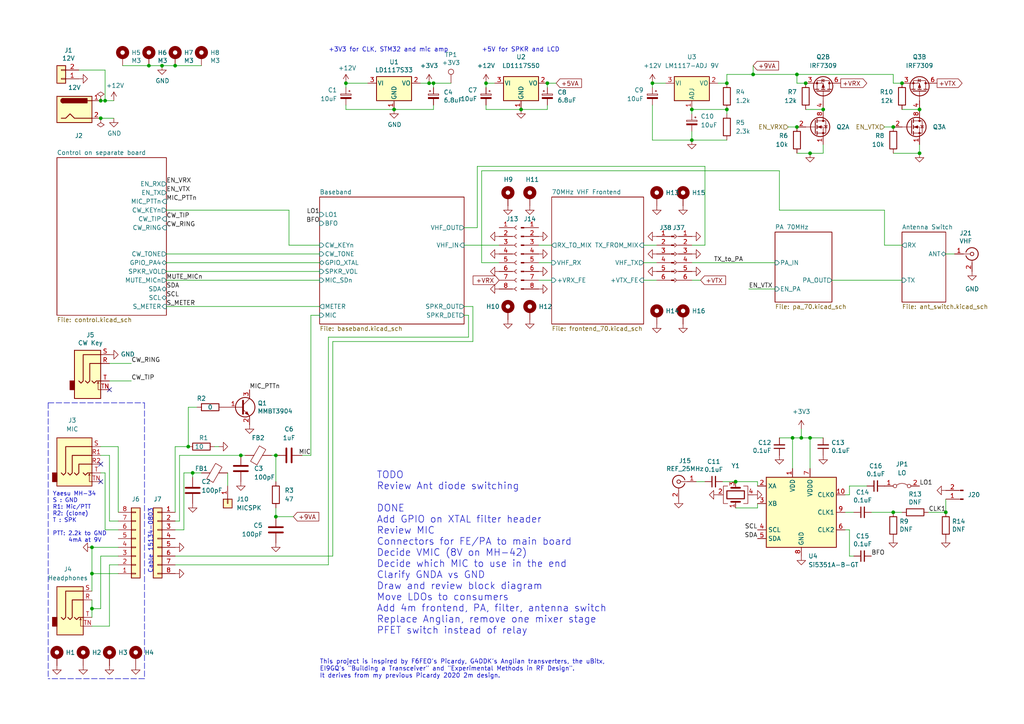
<source format=kicad_sch>
(kicad_sch (version 20211123) (generator eeschema)

  (uuid 7c83c304-769a-4be4-890e-297aba22b5b9)

  (paper "A4")

  (title_block
    (title "DART-70 TRX")
    (date "2023-02-08")
    (rev "0")
    (company "HB9EGM")
    (comment 1 "A 4m Band SSB/CW Transceiver")
  )

  

  (junction (at 232.41 127) (diameter 0) (color 0 0 0 0)
    (uuid 03889bb0-530a-4f17-942f-47bdd8c2143b)
  )
  (junction (at 29.21 29.21) (diameter 0) (color 0 0 0 0)
    (uuid 0a082e3d-5a37-45bf-9936-1925b33d6b4f)
  )
  (junction (at 233.68 24.13) (diameter 0) (color 0 0 0 0)
    (uuid 0d713598-e0d7-4b64-806d-d27b5ae84128)
  )
  (junction (at 259.08 148.59) (diameter 0) (color 0 0 0 0)
    (uuid 11ea7b85-b26d-4a7d-aaed-956352284452)
  )
  (junction (at 46.99 19.05) (diameter 0) (color 0 0 0 0)
    (uuid 130d74aa-cfde-4c45-8bfe-183aacd4590f)
  )
  (junction (at 266.7 44.45) (diameter 0) (color 0 0 0 0)
    (uuid 1379c036-b3e0-455b-b639-0f5dd015d03b)
  )
  (junction (at 210.82 24.13) (diameter 0) (color 0 0 0 0)
    (uuid 13b9a948-b29a-4475-8f42-f20ed3ed1c6a)
  )
  (junction (at 125.73 24.13) (diameter 0) (color 0 0 0 0)
    (uuid 1c29ab88-8089-4a9f-b0ec-e0493fb70d1a)
  )
  (junction (at 30.48 29.21) (diameter 0) (color 0 0 0 0)
    (uuid 248900dc-9b0b-4fb0-8b44-20e56324d88d)
  )
  (junction (at 29.21 34.29) (diameter 0) (color 0 0 0 0)
    (uuid 2bb5e7ab-7e6e-4e4b-8997-824caea277e9)
  )
  (junction (at 231.14 36.83) (diameter 0) (color 0 0 0 0)
    (uuid 2c691037-8de1-4537-a0ef-41ed59613839)
  )
  (junction (at 200.66 31.75) (diameter 0) (color 0 0 0 0)
    (uuid 398ec90b-61af-4d36-9539-63397d126e21)
  )
  (junction (at 210.82 31.75) (diameter 0) (color 0 0 0 0)
    (uuid 4242ccf2-3c4d-4a22-8247-2311c54121ff)
  )
  (junction (at 231.14 21.59) (diameter 0) (color 0 0 0 0)
    (uuid 4750ee37-26c3-426a-a03a-0a50ee4de791)
  )
  (junction (at 43.18 19.05) (diameter 0) (color 0 0 0 0)
    (uuid 48d3528f-d200-4dbf-87c6-2835721afb0e)
  )
  (junction (at 26.67 158.75) (diameter 0) (color 0 0 0 0)
    (uuid 4909e963-8ed8-4cc7-a752-cf9a746ceb8a)
  )
  (junction (at 100.33 24.13) (diameter 0) (color 0 0 0 0)
    (uuid 547281cc-eb15-43de-9560-1b10e39a19ed)
  )
  (junction (at 238.76 31.75) (diameter 0) (color 0 0 0 0)
    (uuid 5591956a-807b-4208-83a4-6327422e118a)
  )
  (junction (at 54.61 129.54) (diameter 0) (color 0 0 0 0)
    (uuid 5cc7d9f6-bcf8-4ce3-a388-e95342b89483)
  )
  (junction (at 26.67 176.53) (diameter 0) (color 0 0 0 0)
    (uuid 6b9394bd-5e58-42ea-a9a4-f58e854aea5c)
  )
  (junction (at 234.95 127) (diameter 0) (color 0 0 0 0)
    (uuid 7e67c67f-3a1d-491c-a9ea-d2c0b71576e9)
  )
  (junction (at 259.08 36.83) (diameter 0) (color 0 0 0 0)
    (uuid 906f16af-3f1b-4545-bda0-18ebce89ce96)
  )
  (junction (at 140.97 24.13) (diameter 0) (color 0 0 0 0)
    (uuid 91bb5e66-90e9-4aff-b233-5b8d53e4ad1c)
  )
  (junction (at 124.46 24.13) (diameter 0) (color 0 0 0 0)
    (uuid 94eb2c38-e244-489c-ba32-44729ff54deb)
  )
  (junction (at 26.67 166.37) (diameter 0) (color 0 0 0 0)
    (uuid 9fb2ca3c-8612-4c01-a40b-6e7e5895a1a0)
  )
  (junction (at 189.23 24.13) (diameter 0) (color 0 0 0 0)
    (uuid a01cdcc4-8ed1-4b36-8702-1b68481a60d9)
  )
  (junction (at 200.66 40.64) (diameter 0) (color 0 0 0 0)
    (uuid a13e5fb2-5800-4421-9e39-63277f01a71d)
  )
  (junction (at 274.32 148.59) (diameter 0) (color 0 0 0 0)
    (uuid a9fed849-c0d2-45ff-802c-7da3e4c52c0a)
  )
  (junction (at 114.3 31.75) (diameter 0) (color 0 0 0 0)
    (uuid b0c265f7-c716-45d5-8397-630db4d2cf65)
  )
  (junction (at 218.44 21.59) (diameter 0) (color 0 0 0 0)
    (uuid b48c282b-d280-4718-bf3a-caf683cb767c)
  )
  (junction (at 234.95 44.45) (diameter 0) (color 0 0 0 0)
    (uuid d26d0a63-c69d-4774-9fba-12ed686b99f6)
  )
  (junction (at 50.8 19.05) (diameter 0) (color 0 0 0 0)
    (uuid d4b4dbc7-e763-47b2-a6cb-b5c021db8bcc)
  )
  (junction (at 55.88 137.16) (diameter 0) (color 0 0 0 0)
    (uuid d4c3f5bf-47cb-4030-92b0-bec21d62f389)
  )
  (junction (at 261.62 24.13) (diameter 0) (color 0 0 0 0)
    (uuid d531b677-92b2-4589-8265-ffb9f0a9f471)
  )
  (junction (at 69.85 132.08) (diameter 0) (color 0 0 0 0)
    (uuid d7ecc3d2-2b6e-4e36-92b9-1b58fb257359)
  )
  (junction (at 80.01 132.08) (diameter 0) (color 0 0 0 0)
    (uuid d9abc64c-b691-4ece-b128-4f1d7b31754f)
  )
  (junction (at 158.75 24.13) (diameter 0) (color 0 0 0 0)
    (uuid eb69835d-9be6-45e6-b58c-d2902ddb8fb1)
  )
  (junction (at 266.7 31.75) (diameter 0) (color 0 0 0 0)
    (uuid eeabe6f1-2db7-4eed-bd0c-6e41b390284d)
  )
  (junction (at 80.01 149.86) (diameter 0) (color 0 0 0 0)
    (uuid ef105c45-a454-45c2-badb-d87d915177ef)
  )
  (junction (at 229.87 127) (diameter 0) (color 0 0 0 0)
    (uuid f747ec33-420b-45bc-9778-b4604b083211)
  )
  (junction (at 151.13 31.75) (diameter 0) (color 0 0 0 0)
    (uuid f74be2ca-c140-4c85-937a-a008e4f4ddb7)
  )
  (junction (at 213.36 139.7) (diameter 0) (color 0 0 0 0)
    (uuid f8c9e2c3-818f-482b-ad48-f9fb56a455b0)
  )

  (no_connect (at 29.21 139.7) (uuid 891b06d0-7775-40c2-8d16-5452402b91d5))
  (no_connect (at 31.75 113.03) (uuid 9e56fb84-5b0b-47eb-9ee7-e24e7c08829b))
  (no_connect (at 29.21 134.62) (uuid b2135387-8c57-44ac-8ab3-29b54b43f871))

  (wire (pts (xy 29.21 34.29) (xy 33.02 34.29))
    (stroke (width 0) (type default) (color 0 0 0 0))
    (uuid 002154dd-fd21-426e-8f51-d82382197384)
  )
  (wire (pts (xy 256.54 60.96) (xy 256.54 71.12))
    (stroke (width 0) (type default) (color 0 0 0 0))
    (uuid 0051a5cc-b7c8-41b6-8151-8600227de8e2)
  )
  (wire (pts (xy 80.01 132.08) (xy 80.01 139.7))
    (stroke (width 0) (type default) (color 0 0 0 0))
    (uuid 008a59ee-36fb-4f36-a8b0-5cc99b1e8598)
  )
  (wire (pts (xy 256.54 71.12) (xy 261.62 71.12))
    (stroke (width 0) (type default) (color 0 0 0 0))
    (uuid 0116339a-5f0d-4745-a575-44652fb7d9b0)
  )
  (wire (pts (xy 83.82 71.12) (xy 83.82 60.96))
    (stroke (width 0) (type default) (color 0 0 0 0))
    (uuid 04508b78-b957-4886-b3fa-3d951fb6452d)
  )
  (wire (pts (xy 246.38 143.51) (xy 245.11 143.51))
    (stroke (width 0) (type default) (color 0 0 0 0))
    (uuid 05f6334e-7131-4999-b788-1681af60d6df)
  )
  (wire (pts (xy 218.44 21.59) (xy 210.82 21.59))
    (stroke (width 0) (type default) (color 0 0 0 0))
    (uuid 09d1af20-c357-48ec-a10f-915c880f15b6)
  )
  (wire (pts (xy 158.75 24.13) (xy 158.75 25.4))
    (stroke (width 0) (type default) (color 0 0 0 0))
    (uuid 09fbb099-19ff-4c9e-b717-ff9eedac992b)
  )
  (wire (pts (xy 140.97 30.48) (xy 140.97 31.75))
    (stroke (width 0) (type default) (color 0 0 0 0))
    (uuid 0a3a19af-7bfa-4df3-9b73-b98420c4a518)
  )
  (wire (pts (xy 43.18 19.05) (xy 46.99 19.05))
    (stroke (width 0) (type default) (color 0 0 0 0))
    (uuid 0aad0e8d-0747-412b-85ac-039bbac4ff5e)
  )
  (wire (pts (xy 266.7 41.91) (xy 266.7 44.45))
    (stroke (width 0) (type default) (color 0 0 0 0))
    (uuid 0b3a2a48-0270-494e-962a-3658a00a0875)
  )
  (wire (pts (xy 226.06 60.96) (xy 256.54 60.96))
    (stroke (width 0) (type default) (color 0 0 0 0))
    (uuid 0bdff19d-fbde-4835-a259-d36d2ec0e6fd)
  )
  (wire (pts (xy 232.41 127) (xy 234.95 127))
    (stroke (width 0) (type default) (color 0 0 0 0))
    (uuid 0dd7a947-881a-4477-b1f8-b88536ca8809)
  )
  (wire (pts (xy 100.33 24.13) (xy 100.33 25.4))
    (stroke (width 0) (type default) (color 0 0 0 0))
    (uuid 11b5652b-07d3-428f-98d5-c354cf3693b1)
  )
  (wire (pts (xy 140.97 31.75) (xy 151.13 31.75))
    (stroke (width 0) (type default) (color 0 0 0 0))
    (uuid 160e3a4c-588b-4e79-ac75-f98bf80b7e0b)
  )
  (wire (pts (xy 210.82 31.75) (xy 210.82 33.02))
    (stroke (width 0) (type default) (color 0 0 0 0))
    (uuid 17fc291b-23f9-4de7-9168-978b13dcd03c)
  )
  (wire (pts (xy 50.8 148.59) (xy 50.8 129.54))
    (stroke (width 0) (type default) (color 0 0 0 0))
    (uuid 181facd7-c73d-4cb5-8e0f-0267ca40cf15)
  )
  (wire (pts (xy 53.34 153.67) (xy 53.34 137.16))
    (stroke (width 0) (type default) (color 0 0 0 0))
    (uuid 1869a25a-7405-4101-9da6-55f7c1e87e39)
  )
  (wire (pts (xy 26.67 166.37) (xy 34.29 166.37))
    (stroke (width 0) (type default) (color 0 0 0 0))
    (uuid 1bcf4a11-4c4f-42b8-9e84-ad79d97ffe8f)
  )
  (wire (pts (xy 193.04 24.13) (xy 189.23 24.13))
    (stroke (width 0) (type default) (color 0 0 0 0))
    (uuid 2199bdfc-0462-4363-af5e-16d8e19d600a)
  )
  (wire (pts (xy 95.25 97.79) (xy 95.25 163.83))
    (stroke (width 0) (type default) (color 0 0 0 0))
    (uuid 227082fc-081f-46f9-b11d-3c272a90673e)
  )
  (polyline (pts (xy 13.97 116.84) (xy 41.91 116.84))
    (stroke (width 0) (type default) (color 0 0 0 0))
    (uuid 246d8c70-0329-4f4d-9351-49df120458af)
  )

  (wire (pts (xy 100.33 24.13) (xy 106.68 24.13))
    (stroke (width 0) (type default) (color 0 0 0 0))
    (uuid 28eca374-9b5c-4480-a1a6-52ddcbb57db2)
  )
  (wire (pts (xy 245.11 148.59) (xy 247.65 148.59))
    (stroke (width 0) (type default) (color 0 0 0 0))
    (uuid 2a86319a-5a94-4745-ad80-6b5c02f72e82)
  )
  (wire (pts (xy 158.75 24.13) (xy 161.29 24.13))
    (stroke (width 0) (type default) (color 0 0 0 0))
    (uuid 2ea38bc3-7d3b-428e-a271-404ee98e752b)
  )
  (wire (pts (xy 135.89 91.44) (xy 135.89 97.79))
    (stroke (width 0) (type default) (color 0 0 0 0))
    (uuid 2f9b686c-0a8f-432b-9e90-c788e62691c6)
  )
  (wire (pts (xy 200.66 40.64) (xy 210.82 40.64))
    (stroke (width 0) (type default) (color 0 0 0 0))
    (uuid 33f01d9a-6abc-40a9-9b6b-d34bddbf731f)
  )
  (wire (pts (xy 256.54 36.83) (xy 259.08 36.83))
    (stroke (width 0) (type default) (color 0 0 0 0))
    (uuid 345987da-5aa5-4c5e-90e1-ddf0086ed5fb)
  )
  (wire (pts (xy 50.8 161.29) (xy 96.52 161.29))
    (stroke (width 0) (type default) (color 0 0 0 0))
    (uuid 361f9eaf-2e29-4825-b35a-439064c6d2db)
  )
  (wire (pts (xy 139.7 76.2) (xy 144.78 76.2))
    (stroke (width 0) (type default) (color 0 0 0 0))
    (uuid 3a4811bf-b539-4978-b0d8-fe47f179161b)
  )
  (wire (pts (xy 134.62 66.04) (xy 138.43 66.04))
    (stroke (width 0) (type default) (color 0 0 0 0))
    (uuid 3ee41aac-558c-43a3-a816-e31001ae8352)
  )
  (wire (pts (xy 48.26 76.2) (xy 92.71 76.2))
    (stroke (width 0) (type default) (color 0 0 0 0))
    (uuid 3eeccf02-360d-4377-89f3-2458946d5853)
  )
  (wire (pts (xy 34.29 158.75) (xy 26.67 158.75))
    (stroke (width 0) (type default) (color 0 0 0 0))
    (uuid 4112aabb-0408-4a3a-9841-f57862637df1)
  )
  (wire (pts (xy 158.75 31.75) (xy 151.13 31.75))
    (stroke (width 0) (type default) (color 0 0 0 0))
    (uuid 443127ca-ab31-4ac0-90cc-723625487807)
  )
  (wire (pts (xy 208.28 24.13) (xy 210.82 24.13))
    (stroke (width 0) (type default) (color 0 0 0 0))
    (uuid 4435e8ff-b63e-4b32-81db-49caa0dd6c5f)
  )
  (polyline (pts (xy 41.91 116.84) (xy 41.91 196.85))
    (stroke (width 0) (type default) (color 0 0 0 0))
    (uuid 4b105a5f-5ed5-49ae-8bb9-f1d8c5566b50)
  )

  (wire (pts (xy 135.89 97.79) (xy 95.25 97.79))
    (stroke (width 0) (type default) (color 0 0 0 0))
    (uuid 4c2ca5f1-ff49-468e-a870-b80100e1827e)
  )
  (wire (pts (xy 210.82 21.59) (xy 210.82 24.13))
    (stroke (width 0) (type default) (color 0 0 0 0))
    (uuid 4c57c394-f97c-4a0b-80d4-0b5157781c3b)
  )
  (wire (pts (xy 261.62 31.75) (xy 266.7 31.75))
    (stroke (width 0) (type default) (color 0 0 0 0))
    (uuid 4d5acc98-17ff-4e60-af52-349a1269dddf)
  )
  (wire (pts (xy 139.7 49.53) (xy 139.7 76.2))
    (stroke (width 0) (type default) (color 0 0 0 0))
    (uuid 4ecfe5c5-d7fc-4d05-be28-1ed42c507ec3)
  )
  (wire (pts (xy 229.87 127) (xy 232.41 127))
    (stroke (width 0) (type default) (color 0 0 0 0))
    (uuid 5130484e-13a2-434f-935d-3be30d7a93c9)
  )
  (wire (pts (xy 156.21 81.28) (xy 160.02 81.28))
    (stroke (width 0) (type default) (color 0 0 0 0))
    (uuid 52d9d6dd-4266-418b-bf9a-446977053e6f)
  )
  (wire (pts (xy 29.21 161.29) (xy 29.21 176.53))
    (stroke (width 0) (type default) (color 0 0 0 0))
    (uuid 53bb37bd-6ad6-430f-b5e5-21e40448d528)
  )
  (wire (pts (xy 29.21 176.53) (xy 26.67 176.53))
    (stroke (width 0) (type default) (color 0 0 0 0))
    (uuid 568b5dd5-7629-4c3d-9388-eaa54c2762b1)
  )
  (wire (pts (xy 35.56 19.05) (xy 43.18 19.05))
    (stroke (width 0) (type default) (color 0 0 0 0))
    (uuid 579d81c4-8fa6-40d5-b99a-d160787b45b9)
  )
  (wire (pts (xy 50.8 153.67) (xy 53.34 153.67))
    (stroke (width 0) (type default) (color 0 0 0 0))
    (uuid 58e4fb93-6235-473b-af92-bf79be065bda)
  )
  (wire (pts (xy 29.21 132.08) (xy 31.75 132.08))
    (stroke (width 0) (type default) (color 0 0 0 0))
    (uuid 59af70e6-5e6f-4213-8799-5a44b525739b)
  )
  (wire (pts (xy 204.47 48.26) (xy 204.47 71.12))
    (stroke (width 0) (type default) (color 0 0 0 0))
    (uuid 5a05460d-15bc-4058-86e6-a6bff5598db7)
  )
  (wire (pts (xy 218.44 19.05) (xy 218.44 21.59))
    (stroke (width 0) (type default) (color 0 0 0 0))
    (uuid 5afca071-0542-406b-83f5-f8ed30e05c4c)
  )
  (wire (pts (xy 138.43 48.26) (xy 204.47 48.26))
    (stroke (width 0) (type default) (color 0 0 0 0))
    (uuid 5c0ae8f2-fb0b-4cbf-bd78-f6131c18140d)
  )
  (wire (pts (xy 134.62 91.44) (xy 135.89 91.44))
    (stroke (width 0) (type default) (color 0 0 0 0))
    (uuid 5c0d735a-ca1c-4202-8faf-02e515d1181f)
  )
  (wire (pts (xy 259.08 21.59) (xy 231.14 21.59))
    (stroke (width 0) (type default) (color 0 0 0 0))
    (uuid 5ea05504-bb96-4847-90cf-26cb1afd4244)
  )
  (wire (pts (xy 66.04 137.16) (xy 66.04 140.97))
    (stroke (width 0) (type default) (color 0 0 0 0))
    (uuid 601c5479-68c8-4d7c-bbde-860bd11a7597)
  )
  (wire (pts (xy 31.75 151.13) (xy 34.29 151.13))
    (stroke (width 0) (type default) (color 0 0 0 0))
    (uuid 6123b0cd-d677-4963-a353-8d6b35692422)
  )
  (polyline (pts (xy 41.91 196.85) (xy 13.97 196.85))
    (stroke (width 0) (type default) (color 0 0 0 0))
    (uuid 6188cf07-9c8d-498a-9db9-9718888dfe39)
  )

  (wire (pts (xy 124.46 24.13) (xy 125.73 24.13))
    (stroke (width 0) (type default) (color 0 0 0 0))
    (uuid 63da3512-bd51-489d-833d-20bce6d76019)
  )
  (wire (pts (xy 251.46 140.97) (xy 246.38 140.97))
    (stroke (width 0) (type default) (color 0 0 0 0))
    (uuid 64e90390-0f4c-4cc1-bafa-363ce23516e9)
  )
  (wire (pts (xy 246.38 161.29) (xy 246.38 153.67))
    (stroke (width 0) (type default) (color 0 0 0 0))
    (uuid 65dd0601-a23d-4c5d-b924-966fc498cbfc)
  )
  (wire (pts (xy 137.16 99.06) (xy 96.52 99.06))
    (stroke (width 0) (type default) (color 0 0 0 0))
    (uuid 67fd3f09-ff5e-4560-b9cb-23649083a340)
  )
  (wire (pts (xy 238.76 44.45) (xy 234.95 44.45))
    (stroke (width 0) (type default) (color 0 0 0 0))
    (uuid 67fd7240-7a2e-4504-8c70-47b3112c634e)
  )
  (wire (pts (xy 26.67 166.37) (xy 26.67 171.45))
    (stroke (width 0) (type default) (color 0 0 0 0))
    (uuid 696f862b-a951-463f-ad29-011c067090d6)
  )
  (wire (pts (xy 246.38 153.67) (xy 245.11 153.67))
    (stroke (width 0) (type default) (color 0 0 0 0))
    (uuid 699bee8c-8bc3-4aa6-b4ed-0aa4d255078a)
  )
  (wire (pts (xy 234.95 127) (xy 234.95 135.89))
    (stroke (width 0) (type default) (color 0 0 0 0))
    (uuid 6b09c60c-c53b-47dd-b8b8-94f682cd2086)
  )
  (wire (pts (xy 50.8 151.13) (xy 52.07 151.13))
    (stroke (width 0) (type default) (color 0 0 0 0))
    (uuid 6cc72bfd-2651-4e90-af42-5d6cec3950c1)
  )
  (wire (pts (xy 26.67 173.99) (xy 26.67 176.53))
    (stroke (width 0) (type default) (color 0 0 0 0))
    (uuid 7019dafb-64b4-4e22-837e-9f37341a0157)
  )
  (wire (pts (xy 48.26 78.74) (xy 92.71 78.74))
    (stroke (width 0) (type default) (color 0 0 0 0))
    (uuid 73062404-be1b-4744-bd1e-9e3d624b8fb3)
  )
  (wire (pts (xy 55.88 137.16) (xy 58.42 137.16))
    (stroke (width 0) (type default) (color 0 0 0 0))
    (uuid 735e33ba-0601-4acb-983d-1656020ec14e)
  )
  (wire (pts (xy 259.08 24.13) (xy 261.62 24.13))
    (stroke (width 0) (type default) (color 0 0 0 0))
    (uuid 73697aae-1f79-401a-bdaa-9ebc2f2340de)
  )
  (wire (pts (xy 140.97 24.13) (xy 140.97 25.4))
    (stroke (width 0) (type default) (color 0 0 0 0))
    (uuid 7471700d-9a5d-406e-b9fc-bdeed49379fa)
  )
  (wire (pts (xy 30.48 29.21) (xy 33.02 29.21))
    (stroke (width 0) (type default) (color 0 0 0 0))
    (uuid 74760d5b-303c-4603-ac2e-6b5209546581)
  )
  (polyline (pts (xy 13.97 116.84) (xy 13.97 196.85))
    (stroke (width 0) (type default) (color 0 0 0 0))
    (uuid 74e37401-14d3-4e3c-84ed-7ddb4d75b44f)
  )

  (wire (pts (xy 29.21 129.54) (xy 34.29 129.54))
    (stroke (width 0) (type default) (color 0 0 0 0))
    (uuid 754f923b-5aa7-4d87-b589-d53346af6023)
  )
  (wire (pts (xy 156.21 76.2) (xy 160.02 76.2))
    (stroke (width 0) (type default) (color 0 0 0 0))
    (uuid 7887f659-7796-4d20-b8ec-45fe37db4d3b)
  )
  (wire (pts (xy 22.86 20.32) (xy 30.48 20.32))
    (stroke (width 0) (type default) (color 0 0 0 0))
    (uuid 79aced1b-30d4-4883-86bf-8a38d664736a)
  )
  (wire (pts (xy 134.62 71.12) (xy 144.78 71.12))
    (stroke (width 0) (type default) (color 0 0 0 0))
    (uuid 7b959fed-4370-4448-9d17-fbc4f5703c60)
  )
  (wire (pts (xy 252.73 148.59) (xy 259.08 148.59))
    (stroke (width 0) (type default) (color 0 0 0 0))
    (uuid 7d4200e5-e280-4699-af56-048ba84247d3)
  )
  (wire (pts (xy 71.12 132.08) (xy 69.85 132.08))
    (stroke (width 0) (type default) (color 0 0 0 0))
    (uuid 7fcd6903-4017-464e-a708-1e51b67dd39f)
  )
  (wire (pts (xy 26.67 158.75) (xy 26.67 166.37))
    (stroke (width 0) (type default) (color 0 0 0 0))
    (uuid 80203512-93fd-487a-a00c-1916502463c3)
  )
  (wire (pts (xy 137.16 88.9) (xy 137.16 99.06))
    (stroke (width 0) (type default) (color 0 0 0 0))
    (uuid 812f91c0-f736-4383-bfee-2790347c3abf)
  )
  (wire (pts (xy 80.01 149.86) (xy 85.09 149.86))
    (stroke (width 0) (type default) (color 0 0 0 0))
    (uuid 816e41e9-8ef8-4e70-a70f-02175bdc97c4)
  )
  (wire (pts (xy 234.95 44.45) (xy 231.14 44.45))
    (stroke (width 0) (type default) (color 0 0 0 0))
    (uuid 86c60f4b-4421-4865-beff-ed93adca8ac2)
  )
  (wire (pts (xy 186.69 76.2) (xy 190.5 76.2))
    (stroke (width 0) (type default) (color 0 0 0 0))
    (uuid 89f5cd17-8501-4243-bc98-0e8a1aab3a95)
  )
  (wire (pts (xy 34.29 129.54) (xy 34.29 148.59))
    (stroke (width 0) (type default) (color 0 0 0 0))
    (uuid 8b36f37f-a068-4636-8967-22103b343d70)
  )
  (wire (pts (xy 247.65 161.29) (xy 246.38 161.29))
    (stroke (width 0) (type default) (color 0 0 0 0))
    (uuid 8e0abe23-8e7e-48a9-af11-f26197bd8fbf)
  )
  (wire (pts (xy 189.23 30.48) (xy 189.23 40.64))
    (stroke (width 0) (type default) (color 0 0 0 0))
    (uuid 8f5c2a3a-b2da-434e-8810-9da52a5e413a)
  )
  (wire (pts (xy 134.62 88.9) (xy 137.16 88.9))
    (stroke (width 0) (type default) (color 0 0 0 0))
    (uuid 906c4fbb-4fdd-48c5-aa07-85c56299e46a)
  )
  (wire (pts (xy 80.01 147.32) (xy 80.01 149.86))
    (stroke (width 0) (type default) (color 0 0 0 0))
    (uuid 91c438b1-678d-4a85-be0e-771bfbc58931)
  )
  (wire (pts (xy 233.68 31.75) (xy 238.76 31.75))
    (stroke (width 0) (type default) (color 0 0 0 0))
    (uuid 92dfb53a-5556-47b1-8088-214aebbc803d)
  )
  (wire (pts (xy 92.71 91.44) (xy 90.17 91.44))
    (stroke (width 0) (type default) (color 0 0 0 0))
    (uuid 935427ba-97bd-4319-b38c-51b473619c8a)
  )
  (wire (pts (xy 158.75 30.48) (xy 158.75 31.75))
    (stroke (width 0) (type default) (color 0 0 0 0))
    (uuid 96e30a9c-78b6-4d1a-bc72-6cbdc7743876)
  )
  (wire (pts (xy 90.17 91.44) (xy 90.17 132.08))
    (stroke (width 0) (type default) (color 0 0 0 0))
    (uuid 9792cf44-3261-4d9f-8ae0-31fdeec0dc70)
  )
  (wire (pts (xy 31.75 151.13) (xy 31.75 132.08))
    (stroke (width 0) (type default) (color 0 0 0 0))
    (uuid 98ea83ac-41c6-4b7d-be63-41372bbd6e24)
  )
  (wire (pts (xy 100.33 30.48) (xy 100.33 31.75))
    (stroke (width 0) (type default) (color 0 0 0 0))
    (uuid 99f8394d-1325-4f0e-9ed0-19dceab6e1f9)
  )
  (wire (pts (xy 52.07 132.08) (xy 69.85 132.08))
    (stroke (width 0) (type default) (color 0 0 0 0))
    (uuid 9c3d736f-f850-40b5-83bf-bf71ce2d8e7c)
  )
  (wire (pts (xy 96.52 99.06) (xy 96.52 161.29))
    (stroke (width 0) (type default) (color 0 0 0 0))
    (uuid 9c4c0112-7564-4034-996a-b0e56c2141a6)
  )
  (wire (pts (xy 186.69 71.12) (xy 190.5 71.12))
    (stroke (width 0) (type default) (color 0 0 0 0))
    (uuid 9d00ede8-7480-44d8-b21e-d16dd17b75ac)
  )
  (wire (pts (xy 238.76 127) (xy 234.95 127))
    (stroke (width 0) (type default) (color 0 0 0 0))
    (uuid 9d3a7a2b-8bae-4d82-8634-16a99f57e389)
  )
  (wire (pts (xy 228.6 36.83) (xy 231.14 36.83))
    (stroke (width 0) (type default) (color 0 0 0 0))
    (uuid a057c374-c462-4764-bd16-2c00eef92afa)
  )
  (wire (pts (xy 48.26 81.28) (xy 92.71 81.28))
    (stroke (width 0) (type default) (color 0 0 0 0))
    (uuid a1864b64-1865-4240-b098-5056fb759def)
  )
  (wire (pts (xy 31.75 105.41) (xy 38.1 105.41))
    (stroke (width 0) (type default) (color 0 0 0 0))
    (uuid a1abde39-78d5-402d-bb1c-75243c61d29b)
  )
  (wire (pts (xy 232.41 124.46) (xy 232.41 127))
    (stroke (width 0) (type default) (color 0 0 0 0))
    (uuid a39008b0-0dd6-44dc-b176-ab03b6874ae7)
  )
  (wire (pts (xy 274.32 73.66) (xy 276.86 73.66))
    (stroke (width 0) (type default) (color 0 0 0 0))
    (uuid a43beeeb-0d60-44c9-bc6b-40c9e75459e8)
  )
  (wire (pts (xy 78.74 132.08) (xy 80.01 132.08))
    (stroke (width 0) (type default) (color 0 0 0 0))
    (uuid a5f4f26e-4b82-496f-b7bb-4ed4211f8100)
  )
  (wire (pts (xy 100.33 31.75) (xy 114.3 31.75))
    (stroke (width 0) (type default) (color 0 0 0 0))
    (uuid a69bb6f5-978b-49bb-9446-4ec9cfe4501e)
  )
  (wire (pts (xy 259.08 21.59) (xy 259.08 24.13))
    (stroke (width 0) (type default) (color 0 0 0 0))
    (uuid a7349b87-3477-4ba5-bc62-3587f94ab817)
  )
  (wire (pts (xy 55.88 138.43) (xy 55.88 137.16))
    (stroke (width 0) (type default) (color 0 0 0 0))
    (uuid a8d341ec-3332-4d82-8a1f-e52e32f564f1)
  )
  (wire (pts (xy 53.34 137.16) (xy 55.88 137.16))
    (stroke (width 0) (type default) (color 0 0 0 0))
    (uuid a9276ad3-2500-44c6-895a-e842a0033021)
  )
  (wire (pts (xy 30.48 153.67) (xy 30.48 137.16))
    (stroke (width 0) (type default) (color 0 0 0 0))
    (uuid a99a526a-0727-4d5d-b793-47c299fd72ba)
  )
  (wire (pts (xy 138.43 66.04) (xy 138.43 48.26))
    (stroke (width 0) (type default) (color 0 0 0 0))
    (uuid ad195d4d-ed76-4a26-ac30-01da417bd64b)
  )
  (wire (pts (xy 231.14 21.59) (xy 218.44 21.59))
    (stroke (width 0) (type default) (color 0 0 0 0))
    (uuid ad76707e-1f2e-4941-86a0-50951acd24bc)
  )
  (wire (pts (xy 189.23 40.64) (xy 200.66 40.64))
    (stroke (width 0) (type default) (color 0 0 0 0))
    (uuid aed0a299-8aa6-4a50-b993-c38efe5fdd7a)
  )
  (wire (pts (xy 217.17 83.82) (xy 224.79 83.82))
    (stroke (width 0) (type default) (color 0 0 0 0))
    (uuid b056317e-32ca-4f2d-b310-fc1492cc5060)
  )
  (wire (pts (xy 189.23 24.13) (xy 189.23 25.4))
    (stroke (width 0) (type default) (color 0 0 0 0))
    (uuid b1ea2466-2371-4b96-9289-6c42e0f0b899)
  )
  (wire (pts (xy 52.07 151.13) (xy 52.07 132.08))
    (stroke (width 0) (type default) (color 0 0 0 0))
    (uuid b32653e4-7801-40ea-b61b-f0311c01d3b4)
  )
  (wire (pts (xy 266.7 44.45) (xy 259.08 44.45))
    (stroke (width 0) (type default) (color 0 0 0 0))
    (uuid b5cbe891-dcdf-4951-8f0a-b2c28e4293cd)
  )
  (wire (pts (xy 231.14 24.13) (xy 233.68 24.13))
    (stroke (width 0) (type default) (color 0 0 0 0))
    (uuid bb78f99c-6783-4afe-a661-68817d4180ab)
  )
  (wire (pts (xy 246.38 140.97) (xy 246.38 143.51))
    (stroke (width 0) (type default) (color 0 0 0 0))
    (uuid bcb20d96-4c0e-4c98-a263-0cdd41ab15e5)
  )
  (wire (pts (xy 200.66 38.1) (xy 200.66 40.64))
    (stroke (width 0) (type default) (color 0 0 0 0))
    (uuid bda7a16e-b931-4d51-b769-ff5809beef5f)
  )
  (wire (pts (xy 48.26 60.96) (xy 83.82 60.96))
    (stroke (width 0) (type default) (color 0 0 0 0))
    (uuid bfce1213-d511-4811-bc9d-beb994b8b9fe)
  )
  (wire (pts (xy 31.75 163.83) (xy 31.75 181.61))
    (stroke (width 0) (type default) (color 0 0 0 0))
    (uuid c0738ee3-5ef6-48be-9a20-f10b8cdc3a6d)
  )
  (wire (pts (xy 34.29 161.29) (xy 29.21 161.29))
    (stroke (width 0) (type default) (color 0 0 0 0))
    (uuid c12b5903-2f75-49c3-8332-69e02fb1aff7)
  )
  (wire (pts (xy 229.87 127) (xy 229.87 135.89))
    (stroke (width 0) (type default) (color 0 0 0 0))
    (uuid c24d03f2-5bff-4d74-88e5-481cd2f1e035)
  )
  (wire (pts (xy 274.32 148.59) (xy 274.32 144.78))
    (stroke (width 0) (type default) (color 0 0 0 0))
    (uuid c48e879f-0b64-4f86-a8cf-003dbff29c4e)
  )
  (wire (pts (xy 226.06 49.53) (xy 226.06 60.96))
    (stroke (width 0) (type default) (color 0 0 0 0))
    (uuid c4edda47-532d-4e95-9fc8-38bd0ed58dfb)
  )
  (wire (pts (xy 186.69 81.28) (xy 190.5 81.28))
    (stroke (width 0) (type default) (color 0 0 0 0))
    (uuid c64a6907-65ea-4d9f-8271-b12257b06b60)
  )
  (wire (pts (xy 261.62 148.59) (xy 259.08 148.59))
    (stroke (width 0) (type default) (color 0 0 0 0))
    (uuid cbbfb5e5-7e85-4367-b6a7-9b21fc6d9e17)
  )
  (wire (pts (xy 139.7 49.53) (xy 226.06 49.53))
    (stroke (width 0) (type default) (color 0 0 0 0))
    (uuid cbd19eae-411c-4ba9-9265-3a6ab1b93364)
  )
  (wire (pts (xy 213.36 147.32) (xy 219.71 147.32))
    (stroke (width 0) (type default) (color 0 0 0 0))
    (uuid cc89f37d-2221-4ee8-a763-21432c733f93)
  )
  (wire (pts (xy 121.92 24.13) (xy 124.46 24.13))
    (stroke (width 0) (type default) (color 0 0 0 0))
    (uuid cdc3b2bb-9f60-476c-ac94-bf550b6e7b5e)
  )
  (wire (pts (xy 238.76 41.91) (xy 238.76 44.45))
    (stroke (width 0) (type default) (color 0 0 0 0))
    (uuid cdf8245b-2e03-441d-8536-8e14a3d0d2ff)
  )
  (wire (pts (xy 226.06 127) (xy 229.87 127))
    (stroke (width 0) (type default) (color 0 0 0 0))
    (uuid ceb52c7a-a12c-449a-be98-109b3a3bd409)
  )
  (wire (pts (xy 34.29 163.83) (xy 31.75 163.83))
    (stroke (width 0) (type default) (color 0 0 0 0))
    (uuid d1791382-8e9e-408d-8461-11f5ded4ad48)
  )
  (wire (pts (xy 29.21 29.21) (xy 30.48 29.21))
    (stroke (width 0) (type default) (color 0 0 0 0))
    (uuid d18620ef-44b4-47e8-b939-bb0398e91c85)
  )
  (wire (pts (xy 57.15 118.11) (xy 54.61 118.11))
    (stroke (width 0) (type default) (color 0 0 0 0))
    (uuid d1ce4cd2-0109-47a9-93f8-38c475604c2d)
  )
  (wire (pts (xy 87.63 132.08) (xy 90.17 132.08))
    (stroke (width 0) (type default) (color 0 0 0 0))
    (uuid d3155823-164e-414b-a9b1-daa66df8bb6f)
  )
  (wire (pts (xy 203.2 81.28) (xy 200.66 81.28))
    (stroke (width 0) (type default) (color 0 0 0 0))
    (uuid d3a84e57-57ed-4e86-bbef-110f27537e2d)
  )
  (wire (pts (xy 219.71 139.7) (xy 219.71 140.97))
    (stroke (width 0) (type default) (color 0 0 0 0))
    (uuid d51dda35-7a1a-4d41-817a-7bb1f7f6ffd4)
  )
  (wire (pts (xy 125.73 24.13) (xy 130.81 24.13))
    (stroke (width 0) (type default) (color 0 0 0 0))
    (uuid d525e71e-c2ed-4851-a87b-7438f67fb580)
  )
  (wire (pts (xy 46.99 19.05) (xy 50.8 19.05))
    (stroke (width 0) (type default) (color 0 0 0 0))
    (uuid d5d26400-826e-40a5-a7b1-6a9ebbaedfb4)
  )
  (wire (pts (xy 204.47 71.12) (xy 200.66 71.12))
    (stroke (width 0) (type default) (color 0 0 0 0))
    (uuid d6359d4b-1c12-4663-b116-45be3135a185)
  )
  (wire (pts (xy 241.3 81.28) (xy 261.62 81.28))
    (stroke (width 0) (type default) (color 0 0 0 0))
    (uuid dd34928a-03c5-4a5d-a033-92155af70ac7)
  )
  (wire (pts (xy 140.97 24.13) (xy 143.51 24.13))
    (stroke (width 0) (type default) (color 0 0 0 0))
    (uuid dd927172-6a9a-406f-a951-4e7f78cebb7b)
  )
  (wire (pts (xy 50.8 19.05) (xy 58.42 19.05))
    (stroke (width 0) (type default) (color 0 0 0 0))
    (uuid dfd58d9e-0c03-4a20-9983-0d32c26093d8)
  )
  (wire (pts (xy 29.21 137.16) (xy 30.48 137.16))
    (stroke (width 0) (type default) (color 0 0 0 0))
    (uuid e0b9a722-e170-4302-a4fd-5e8753db7507)
  )
  (wire (pts (xy 26.67 176.53) (xy 26.67 179.07))
    (stroke (width 0) (type default) (color 0 0 0 0))
    (uuid e13bdf92-8a8e-480a-979d-89eb54f62599)
  )
  (wire (pts (xy 30.48 153.67) (xy 34.29 153.67))
    (stroke (width 0) (type default) (color 0 0 0 0))
    (uuid e14c95a1-54f8-45dd-a1c7-754772fa0aa1)
  )
  (wire (pts (xy 200.66 76.2) (xy 224.79 76.2))
    (stroke (width 0) (type default) (color 0 0 0 0))
    (uuid e172e707-37ee-4eca-bafc-b341a9ceabaa)
  )
  (wire (pts (xy 50.8 163.83) (xy 95.25 163.83))
    (stroke (width 0) (type default) (color 0 0 0 0))
    (uuid e176270a-9085-4242-b7c7-9ea9ab078583)
  )
  (wire (pts (xy 48.26 88.9) (xy 92.71 88.9))
    (stroke (width 0) (type default) (color 0 0 0 0))
    (uuid e1e720db-7dfc-41da-9ad4-b3768ff49c06)
  )
  (wire (pts (xy 114.3 31.75) (xy 125.73 31.75))
    (stroke (width 0) (type default) (color 0 0 0 0))
    (uuid e264f0d9-6386-4838-a810-81df8032f681)
  )
  (wire (pts (xy 30.48 20.32) (xy 30.48 29.21))
    (stroke (width 0) (type default) (color 0 0 0 0))
    (uuid e49f1b40-a83b-4b72-93d7-dd44349357c4)
  )
  (wire (pts (xy 31.75 110.49) (xy 38.1 110.49))
    (stroke (width 0) (type default) (color 0 0 0 0))
    (uuid e7ac32f0-5e71-4c65-ac6f-730f4731f5f7)
  )
  (wire (pts (xy 48.26 73.66) (xy 92.71 73.66))
    (stroke (width 0) (type default) (color 0 0 0 0))
    (uuid e7fda734-bc52-4f7b-a47b-c1ec6d307d8f)
  )
  (wire (pts (xy 274.32 148.59) (xy 269.24 148.59))
    (stroke (width 0) (type default) (color 0 0 0 0))
    (uuid ea6f4611-7eac-4b21-b232-fff65a738b95)
  )
  (wire (pts (xy 209.55 139.7) (xy 213.36 139.7))
    (stroke (width 0) (type default) (color 0 0 0 0))
    (uuid ea97e745-2bac-4983-a78b-499e0f8d7b6d)
  )
  (wire (pts (xy 200.66 31.75) (xy 210.82 31.75))
    (stroke (width 0) (type default) (color 0 0 0 0))
    (uuid eb9b3733-e4ec-4731-87f1-5f6fd8f11a68)
  )
  (wire (pts (xy 62.23 129.54) (xy 63.5 129.54))
    (stroke (width 0) (type default) (color 0 0 0 0))
    (uuid ec3f3094-faf1-4e21-bd96-d842704479de)
  )
  (wire (pts (xy 156.21 71.12) (xy 160.02 71.12))
    (stroke (width 0) (type default) (color 0 0 0 0))
    (uuid ecfe8984-0282-4208-8f3d-aa8b3adb9dd8)
  )
  (wire (pts (xy 54.61 118.11) (xy 54.61 129.54))
    (stroke (width 0) (type default) (color 0 0 0 0))
    (uuid f142e195-1e8c-4d80-b290-cc6d513aa04c)
  )
  (wire (pts (xy 83.82 71.12) (xy 92.71 71.12))
    (stroke (width 0) (type default) (color 0 0 0 0))
    (uuid f22441fb-3978-4762-b6a3-6def4069e413)
  )
  (wire (pts (xy 204.47 139.7) (xy 201.93 139.7))
    (stroke (width 0) (type default) (color 0 0 0 0))
    (uuid f38fd353-54b3-403a-9387-7ff36888e6a9)
  )
  (wire (pts (xy 213.36 139.7) (xy 219.71 139.7))
    (stroke (width 0) (type default) (color 0 0 0 0))
    (uuid f7008c47-327e-4961-9c20-bbaf09b0d636)
  )
  (wire (pts (xy 219.71 147.32) (xy 219.71 146.05))
    (stroke (width 0) (type default) (color 0 0 0 0))
    (uuid f841e691-04bf-4057-bcb4-476ba3910c05)
  )
  (wire (pts (xy 50.8 129.54) (xy 54.61 129.54))
    (stroke (width 0) (type default) (color 0 0 0 0))
    (uuid f9dc3b30-27fd-49c2-8e51-0eedd4fc4f72)
  )
  (wire (pts (xy 125.73 30.48) (xy 125.73 31.75))
    (stroke (width 0) (type default) (color 0 0 0 0))
    (uuid fc244ca3-4412-44ac-b1f3-44d00d15b5ac)
  )
  (wire (pts (xy 200.66 31.75) (xy 200.66 33.02))
    (stroke (width 0) (type default) (color 0 0 0 0))
    (uuid fc4a7459-1bb4-4226-8823-ec552cb8417e)
  )
  (wire (pts (xy 231.14 21.59) (xy 231.14 24.13))
    (stroke (width 0) (type default) (color 0 0 0 0))
    (uuid fe8a3f3f-3126-421d-b59c-37217ed6f49c)
  )
  (wire (pts (xy 125.73 24.13) (xy 125.73 25.4))
    (stroke (width 0) (type default) (color 0 0 0 0))
    (uuid ffb99ea8-48c3-486c-94d4-7034e45d57f7)
  )
  (wire (pts (xy 31.75 181.61) (xy 26.67 181.61))
    (stroke (width 0) (type default) (color 0 0 0 0))
    (uuid ffbbcbe6-15b0-480e-b792-9f7693fff52a)
  )

  (text "+5V for SPKR and LCD" (at 139.7 15.24 0)
    (effects (font (size 1.27 1.27)) (justify left bottom))
    (uuid 239d5a08-bfc0-4925-8e7a-6431dab8181d)
  )
  (text "Cable 15134-0803" (at 44.45 166.37 90)
    (effects (font (size 1.27 1.27)) (justify left bottom))
    (uuid 79e801b2-3848-4600-8f04-05e4cce85305)
  )
  (text "Yaesu MH-34\nS : GND\nR1: Mic/PTT\nR2: (clone)\nT : SPK\n\nPTT: 2.2k to GND\n     4mA at 9V"
    (at 15.24 157.48 0)
    (effects (font (size 1.1938 1.1938)) (justify left bottom))
    (uuid aa6d67fe-cd8b-468d-8447-611ba063ffe2)
  )
  (text "TODO\nReview Ant diode switching\n\nDONE\nAdd GPIO on XTAL filter header\nReview MIC\nConnectors for FE/PA to main board\nDecide VMIC (8V on MH-42)\nDecide which MIC to use in the end\nClarify GNDA vs GND\nDraw and review block diagram\nMove LDOs to consumers\nAdd 4m frontend, PA, filter, antenna switch\nReplace Anglian, remove one mixer stage\nPFET switch instead of relay\n"
    (at 109.22 184.15 0)
    (effects (font (size 2 2)) (justify left bottom))
    (uuid bb2e7fd8-c90d-4499-afb3-dd966ff449a9)
  )
  (text "This project is inspired by F6FEO's Picardy, G4DDK's Anglian transverters, the uBitx,\nEI9GQ's \"Building a Transceiver\" and \"Experimental Methods in RF Design\".\nIt derives from my previous Picardy 2020 2m design."
    (at 92.71 196.85 0)
    (effects (font (size 1.27 1.27)) (justify left bottom))
    (uuid cc99dfff-7e1c-41c9-90b0-50846ceea0a1)
  )
  (text "+3V3 for CLK, STM32 and mic amp" (at 95.25 15.24 0)
    (effects (font (size 1.27 1.27)) (justify left bottom))
    (uuid fe3f7dc5-df73-4ed5-9e26-595b8cfa5333)
  )

  (label "TX_to_PA" (at 207.01 76.2 0)
    (effects (font (size 1.27 1.27)) (justify left bottom))
    (uuid 2ec14e45-c498-4099-b6a7-ce1facd68046)
  )
  (label "CLK1" (at 274.32 148.59 180)
    (effects (font (size 1.27 1.27)) (justify right bottom))
    (uuid 37559495-9dfc-4a54-80ee-fad84f20dc2a)
  )
  (label "SCL" (at 48.26 86.36 0)
    (effects (font (size 1.27 1.27)) (justify left bottom))
    (uuid 38bd102f-633a-4953-97ad-13bc577149af)
  )
  (label "SDA" (at 219.71 156.21 180)
    (effects (font (size 1.27 1.27)) (justify right bottom))
    (uuid 3e13cb83-601f-443a-a951-e96035da31e7)
  )
  (label "EN_VRX" (at 48.26 53.34 0)
    (effects (font (size 1.27 1.27)) (justify left bottom))
    (uuid 618621f8-a3f4-49c8-9ea3-607c2df3756e)
  )
  (label "EN_VTX" (at 217.17 83.82 0)
    (effects (font (size 1.27 1.27)) (justify left bottom))
    (uuid 695fa56a-671a-410f-94f3-9b23856076c0)
  )
  (label "CW_RING" (at 38.1 105.41 0)
    (effects (font (size 1.27 1.27)) (justify left bottom))
    (uuid 7906f11d-49c0-4b99-b74d-443c82e1ec6a)
  )
  (label "EN_VTX" (at 48.26 55.88 0)
    (effects (font (size 1.27 1.27)) (justify left bottom))
    (uuid 79771a5b-bbc0-45e2-b3e2-33121a4ba792)
  )
  (label "CW_RING" (at 48.26 66.04 0)
    (effects (font (size 1.27 1.27)) (justify left bottom))
    (uuid 85e987f3-11f0-4e85-9be0-8c79e37e02ec)
  )
  (label "SDA" (at 48.26 83.82 0)
    (effects (font (size 1.27 1.27)) (justify left bottom))
    (uuid 861fa728-ad72-4a0e-81c5-e00ac8e2afd5)
  )
  (label "MIC_PTTn" (at 72.39 113.03 0)
    (effects (font (size 1.27 1.27)) (justify left bottom))
    (uuid 999a6700-22eb-4836-86fc-2c4c3f94e081)
  )
  (label "MIC_PTTn" (at 48.26 58.42 0)
    (effects (font (size 1.27 1.27)) (justify left bottom))
    (uuid 9a533855-32f3-454c-b9eb-791fa757c655)
  )
  (label "CW_TIP" (at 48.26 63.5 0)
    (effects (font (size 1.27 1.27)) (justify left bottom))
    (uuid 9d366296-47c6-47a8-b170-ad51354d17b9)
  )
  (label "MIC" (at 90.17 132.08 180)
    (effects (font (size 1.27 1.27)) (justify right bottom))
    (uuid a60b880d-79d5-4af9-b917-73bba79e19a9)
  )
  (label "S_METER" (at 48.26 88.9 0)
    (effects (font (size 1.27 1.27)) (justify left bottom))
    (uuid ae9e6037-71e8-40b8-9d18-52132b11e130)
  )
  (label "LO1" (at 266.7 140.97 0)
    (effects (font (size 1.27 1.27)) (justify left bottom))
    (uuid b1685444-7ed2-49f0-840b-5ade5d456940)
  )
  (label "MUTE_MICn" (at 48.26 81.28 0)
    (effects (font (size 1.27 1.27)) (justify left bottom))
    (uuid cb0bacd7-3cb4-4f05-90bb-6eac18befcbf)
  )
  (label "LO1" (at 92.71 62.23 180)
    (effects (font (size 1.27 1.27)) (justify right bottom))
    (uuid cdac41f7-a7f2-4a3f-ba4b-bfc7d7f66152)
  )
  (label "BFO" (at 252.73 161.29 0)
    (effects (font (size 1.27 1.27)) (justify left bottom))
    (uuid e316d376-2303-43ce-9137-3f0af976260d)
  )
  (label "SCL" (at 219.71 153.67 180)
    (effects (font (size 1.27 1.27)) (justify right bottom))
    (uuid ee4f4482-0e91-4fc6-9eab-f13196efb328)
  )
  (label "CW_TIP" (at 38.1 110.49 0)
    (effects (font (size 1.27 1.27)) (justify left bottom))
    (uuid f1ca34a5-a3cd-4c57-9860-d136a96d83f6)
  )
  (label "BFO" (at 92.71 64.77 180)
    (effects (font (size 1.27 1.27)) (justify right bottom))
    (uuid f9d8824d-4312-4052-b7a4-29b601206a19)
  )

  (global_label "+VTX" (shape output) (at 271.78 24.13 0) (fields_autoplaced)
    (effects (font (size 1.27 1.27)) (justify left))
    (uuid 5715d411-82bf-4ac6-9f8b-b918cd54b27e)
    (property "Intersheet References" "${INTERSHEET_REFS}" (id 0) (at 279.0312 24.0506 0)
      (effects (font (size 1.27 1.27)) (justify left) hide)
    )
  )
  (global_label "+9VA" (shape input) (at 85.09 149.86 0) (fields_autoplaced)
    (effects (font (size 1.27 1.27)) (justify left))
    (uuid 6bdfb847-9880-4b1f-8fd6-0e3a4eccd64c)
    (property "Intersheet References" "${INTERSHEET_REFS}" (id 0) (at 92.4621 149.9394 0)
      (effects (font (size 1.27 1.27)) (justify left) hide)
    )
  )
  (global_label "+VRX" (shape output) (at 243.84 24.13 0) (fields_autoplaced)
    (effects (font (size 1.27 1.27)) (justify left))
    (uuid 8e3e968b-49f3-4efb-92bd-f40737515307)
    (property "Intersheet References" "${INTERSHEET_REFS}" (id 0) (at 251.3936 24.0506 0)
      (effects (font (size 1.27 1.27)) (justify left) hide)
    )
  )
  (global_label "+9VA" (shape input) (at 218.44 19.05 0) (fields_autoplaced)
    (effects (font (size 1.27 1.27)) (justify left))
    (uuid b3e01a68-c938-463c-b6ca-30fd22614c36)
    (property "Intersheet References" "${INTERSHEET_REFS}" (id 0) (at 225.8121 18.9706 0)
      (effects (font (size 1.27 1.27)) (justify left) hide)
    )
  )
  (global_label "+VRX" (shape input) (at 144.78 81.28 180) (fields_autoplaced)
    (effects (font (size 1.27 1.27)) (justify right))
    (uuid c079eb78-08f6-43ae-9a6f-0e3c2c3038d0)
    (property "Intersheet References" "${INTERSHEET_REFS}" (id 0) (at 137.2264 81.2006 0)
      (effects (font (size 1.27 1.27)) (justify right) hide)
    )
  )
  (global_label "+VTX" (shape input) (at 203.2 81.28 0) (fields_autoplaced)
    (effects (font (size 1.27 1.27)) (justify left))
    (uuid deea0e94-1421-4e7b-b63a-98b53f765626)
    (property "Intersheet References" "${INTERSHEET_REFS}" (id 0) (at 210.4512 81.2006 0)
      (effects (font (size 1.27 1.27)) (justify left) hide)
    )
  )
  (global_label "+5VA" (shape input) (at 161.29 24.13 0) (fields_autoplaced)
    (effects (font (size 1.27 1.27)) (justify left))
    (uuid f893aa0f-8cfb-41de-a86f-f149674614ad)
    (property "Intersheet References" "${INTERSHEET_REFS}" (id 0) (at 168.6621 24.2094 0)
      (effects (font (size 1.27 1.27)) (justify left) hide)
    )
  )

  (hierarchical_label "EN_VRX" (shape input) (at 228.6 36.83 180)
    (effects (font (size 1.27 1.27)) (justify right))
    (uuid 7df73d1c-bea1-40bc-bd85-23a0ec4a5e64)
  )
  (hierarchical_label "EN_VTX" (shape input) (at 256.54 36.83 180)
    (effects (font (size 1.27 1.27)) (justify right))
    (uuid ebcb7436-0315-46b9-b837-f901891153ea)
  )

  (symbol (lib_id "power:GND") (at 232.41 161.29 0) (unit 1)
    (in_bom yes) (on_board yes) (fields_autoplaced)
    (uuid 0061bfb4-595e-4a80-898a-aee5ad06fb23)
    (property "Reference" "#PWR056" (id 0) (at 232.41 167.64 0)
      (effects (font (size 1.27 1.27)) hide)
    )
    (property "Value" "GND" (id 1) (at 232.4099 165.1 90)
      (effects (font (size 1.27 1.27)) (justify right) hide)
    )
    (property "Footprint" "" (id 2) (at 232.41 161.29 0)
      (effects (font (size 1.27 1.27)) hide)
    )
    (property "Datasheet" "" (id 3) (at 232.41 161.29 0)
      (effects (font (size 1.27 1.27)) hide)
    )
    (pin "1" (uuid e68652d2-f355-48cb-9617-e4581e89486c))
  )

  (symbol (lib_id "mpb:CUI-SJ-43515TS-SMT") (at 21.59 132.08 0) (unit 1)
    (in_bom yes) (on_board yes) (fields_autoplaced)
    (uuid 0c3d418e-6b9b-41d2-bfe3-e0fafdcc08df)
    (property "Reference" "J3" (id 0) (at 20.955 121.92 0))
    (property "Value" "MIC" (id 1) (at 20.955 124.46 0))
    (property "Footprint" "mpb:Jack_3.5mm_CUI_SJ-43515TS-SMT" (id 2) (at 16.51 146.05 0)
      (effects (font (size 1.27 1.27)) hide)
    )
    (property "Datasheet" "https://www.mouser.ch/datasheet/2/670/sj_4351x_smt-1779337.pdf" (id 3) (at 19.05 133.35 0)
      (effects (font (size 1.27 1.27)) hide)
    )
    (property "MPN" "SJ-43515TS-SMT-TR" (id 4) (at 21.59 132.08 0)
      (effects (font (size 1.27 1.27)) hide)
    )
    (property "Need_order" "0" (id 5) (at 21.59 132.08 0)
      (effects (font (size 1.27 1.27)) hide)
    )
    (pin "NC" (uuid 4a9ae459-917a-4e56-8550-a6e085fcb402))
    (pin "R1" (uuid b6b1f4a9-609f-40fb-86cb-75e53e708f1a))
    (pin "R2" (uuid ad04f755-0677-4e2e-877a-d2e2f3c1d776))
    (pin "S" (uuid d94a0a1d-24de-4760-a884-ab454c08e996))
    (pin "T" (uuid 706df1e6-f9b5-442a-9372-f462c30194f1))
    (pin "TN" (uuid 01525385-14b1-4fd0-a2ee-c26d8ec1982c))
  )

  (symbol (lib_id "power:GND") (at 80.01 157.48 0) (unit 1)
    (in_bom yes) (on_board yes) (fields_autoplaced)
    (uuid 0eddf3a3-680e-4189-b645-0f685f620bff)
    (property "Reference" "#PWR021" (id 0) (at 80.01 163.83 0)
      (effects (font (size 1.27 1.27)) hide)
    )
    (property "Value" "GND" (id 1) (at 80.137 160.7312 90)
      (effects (font (size 1.27 1.27)) (justify right) hide)
    )
    (property "Footprint" "" (id 2) (at 80.01 157.48 0)
      (effects (font (size 1.27 1.27)) hide)
    )
    (property "Datasheet" "" (id 3) (at 80.01 157.48 0)
      (effects (font (size 1.27 1.27)) hide)
    )
    (pin "1" (uuid 18cdbf1f-c81a-4e46-811e-86c4e8d65c42))
  )

  (symbol (lib_id "Regulator_Linear:LD1117S50TR_SOT223") (at 151.13 24.13 0) (unit 1)
    (in_bom yes) (on_board yes) (fields_autoplaced)
    (uuid 0f599ab7-5a53-4f5a-bde7-fcef2e2841ee)
    (property "Reference" "U2" (id 0) (at 151.13 16.51 0))
    (property "Value" "LD1117S50" (id 1) (at 151.13 19.05 0))
    (property "Footprint" "Package_TO_SOT_SMD:SOT-223-3_TabPin2" (id 2) (at 151.13 19.05 0)
      (effects (font (size 1.27 1.27)) hide)
    )
    (property "Datasheet" "http://www.st.com/st-web-ui/static/active/en/resource/technical/document/datasheet/CD00000544.pdf" (id 3) (at 153.67 30.48 0)
      (effects (font (size 1.27 1.27)) hide)
    )
    (property "MPN" "LD1117S50CTR" (id 4) (at 151.13 24.13 0)
      (effects (font (size 1.27 1.27)) hide)
    )
    (property "Need_order" "0" (id 5) (at 151.13 24.13 0)
      (effects (font (size 1.27 1.27)) hide)
    )
    (pin "1" (uuid 0799cfe9-f73f-428f-86e0-5df9fe4be1b8))
    (pin "2" (uuid 9a642b0f-f010-4ca9-8892-5ba6582f9da8))
    (pin "3" (uuid df79b4b0-7939-4714-b2e0-4a118371874f))
  )

  (symbol (lib_id "Mechanical:MountingHole_Pad") (at 190.5 91.44 0) (unit 1)
    (in_bom yes) (on_board yes)
    (uuid 0f8d15d2-6077-48cb-bd07-c3efaac28306)
    (property "Reference" "H14" (id 0) (at 193.04 90.1954 0)
      (effects (font (size 1.27 1.27)) (justify left))
    )
    (property "Value" "M3" (id 1) (at 193.04 92.5068 0)
      (effects (font (size 1.27 1.27)) (justify left) hide)
    )
    (property "Footprint" "MountingHole:MountingHole_3.2mm_M3_DIN965_Pad" (id 2) (at 190.5 91.44 0)
      (effects (font (size 1.27 1.27)) hide)
    )
    (property "Datasheet" "~" (id 3) (at 190.5 91.44 0)
      (effects (font (size 1.27 1.27)) hide)
    )
    (property "Need_order" "0" (id 4) (at 190.5 91.44 0)
      (effects (font (size 1.27 1.27)) hide)
    )
    (pin "1" (uuid 560256da-8c7d-4bc5-bb7f-79d1c5d8b4b2))
  )

  (symbol (lib_id "Transistor_FET:IRF7309IPBF") (at 266.7 26.67 270) (mirror x) (unit 2)
    (in_bom yes) (on_board yes) (fields_autoplaced)
    (uuid 0f9e322e-4eb7-4922-ac71-ef5dee3be07c)
    (property "Reference" "Q3" (id 0) (at 266.7 16.51 90))
    (property "Value" "IRF7309" (id 1) (at 266.7 19.05 90))
    (property "Footprint" "Package_SO:SOIC-8_3.9x4.9mm_P1.27mm" (id 2) (at 264.795 21.59 0)
      (effects (font (size 1.27 1.27)) (justify left) hide)
    )
    (property "Datasheet" "http://www.irf.com/product-info/datasheets/data/irf7309ipbf.pdf" (id 3) (at 266.7 24.13 0)
      (effects (font (size 1.27 1.27)) (justify left) hide)
    )
    (property "MPN" "IRF7309TRPBF" (id 5) (at 266.7 26.67 90)
      (effects (font (size 1.27 1.27)) hide)
    )
    (property "Need_order" "0" (id 4) (at 266.7 26.67 90)
      (effects (font (size 1.27 1.27)) hide)
    )
    (pin "1" (uuid d98f2c33-a62f-4cf8-87a2-61168649f191))
    (pin "2" (uuid bdee35fb-588c-4510-94fc-9a9ca1702855))
    (pin "7" (uuid 4c5df834-caa7-40ab-8e75-6d6bbfd257bb))
    (pin "8" (uuid c1dec542-6b7e-4205-9ad8-759154cc29f3))
    (pin "3" (uuid cbbb70e3-b619-4409-8d4a-ad62e1e50a5b))
    (pin "4" (uuid b45eee31-c14b-46a9-a687-28af259b3327))
    (pin "5" (uuid 503b2915-4f08-4a72-b20e-de5bfb6ef5f6))
    (pin "6" (uuid d7fe3f76-600d-47da-9a99-5b56de4d82d0))
  )

  (symbol (lib_id "power:GND") (at 266.7 44.45 0) (unit 1)
    (in_bom yes) (on_board yes) (fields_autoplaced)
    (uuid 11d72818-4927-476a-b663-3f411b19ea20)
    (property "Reference" "#PWR063" (id 0) (at 266.7 50.8 0)
      (effects (font (size 1.27 1.27)) hide)
    )
    (property "Value" "GND" (id 1) (at 266.827 47.6758 90)
      (effects (font (size 1.27 1.27)) (justify right) hide)
    )
    (property "Footprint" "" (id 2) (at 266.7 44.45 0)
      (effects (font (size 1.27 1.27)) hide)
    )
    (property "Datasheet" "" (id 3) (at 266.7 44.45 0)
      (effects (font (size 1.27 1.27)) hide)
    )
    (pin "1" (uuid a28057b0-f2c4-4c07-8fb9-f4a0591d782f))
  )

  (symbol (lib_id "power:GND") (at 151.13 31.75 0) (unit 1)
    (in_bom yes) (on_board yes) (fields_autoplaced)
    (uuid 13233ccb-dbda-49d8-8e78-7fd77705f9f4)
    (property "Reference" "#PWR025" (id 0) (at 151.13 38.1 0)
      (effects (font (size 1.27 1.27)) hide)
    )
    (property "Value" "GND" (id 1) (at 151.1299 35.56 90)
      (effects (font (size 1.27 1.27)) (justify right) hide)
    )
    (property "Footprint" "" (id 2) (at 151.13 31.75 0)
      (effects (font (size 1.27 1.27)) hide)
    )
    (property "Datasheet" "" (id 3) (at 151.13 31.75 0)
      (effects (font (size 1.27 1.27)) hide)
    )
    (pin "1" (uuid f116456c-df3c-4d92-866d-11a3627fad98))
  )

  (symbol (lib_id "power:PWR_FLAG") (at 29.21 29.21 0) (unit 1)
    (in_bom yes) (on_board yes)
    (uuid 17f19d51-1d48-4b41-9e1f-1ae8f8799dc5)
    (property "Reference" "#FLG01" (id 0) (at 29.21 27.305 0)
      (effects (font (size 1.27 1.27)) hide)
    )
    (property "Value" "PWR_FLAG" (id 1) (at 29.21 25.9842 90)
      (effects (font (size 1.27 1.27)) (justify left) hide)
    )
    (property "Footprint" "" (id 2) (at 29.21 29.21 0)
      (effects (font (size 1.27 1.27)) hide)
    )
    (property "Datasheet" "~" (id 3) (at 29.21 29.21 0)
      (effects (font (size 1.27 1.27)) hide)
    )
    (pin "1" (uuid b075df74-cc2c-4cf8-b10c-4a6f9df277a3))
  )

  (symbol (lib_id "Connector:Conn_01x06_Female") (at 195.58 73.66 0) (mirror y) (unit 1)
    (in_bom yes) (on_board yes)
    (uuid 1893251f-c974-415e-ba36-aaef9d141411)
    (property "Reference" "J37" (id 0) (at 196.85 66.04 0))
    (property "Value" "Base to FE TX" (id 1) (at 194.31 76.1999 0)
      (effects (font (size 1.27 1.27)) (justify left) hide)
    )
    (property "Footprint" "Connector_PinHeader_2.54mm:PinHeader_1x06_P2.54mm_Vertical" (id 2) (at 195.58 73.66 0)
      (effects (font (size 1.27 1.27)) hide)
    )
    (property "Datasheet" "~" (id 3) (at 195.58 73.66 0)
      (effects (font (size 1.27 1.27)) hide)
    )
    (property "MPN" "SSW-106-01-G-S" (id 4) (at 195.58 73.66 0)
      (effects (font (size 1.27 1.27)) hide)
    )
    (pin "1" (uuid 9c251404-05e1-4cf1-a81f-815c8fe7f464))
    (pin "2" (uuid 1b6b3d2b-8e61-402c-af16-116bda90df59))
    (pin "3" (uuid 29aeb1dc-c544-4387-bf2d-1b62b67f7a70))
    (pin "4" (uuid f852db38-9ba0-4d90-b17f-fa0281954d71))
    (pin "5" (uuid 7ef0e537-7b01-4e19-87e1-a16dfbc42e35))
    (pin "6" (uuid d1160803-a32c-496f-a342-d0bc7df057dd))
  )

  (symbol (lib_id "power:GND") (at 208.28 143.51 270) (unit 1)
    (in_bom yes) (on_board yes) (fields_autoplaced)
    (uuid 19e32315-e6a0-4957-a10d-0babc242f670)
    (property "Reference" "#PWR044" (id 0) (at 201.93 143.51 0)
      (effects (font (size 1.27 1.27)) hide)
    )
    (property "Value" "GND" (id 1) (at 204.47 143.5099 90)
      (effects (font (size 1.27 1.27)) (justify right) hide)
    )
    (property "Footprint" "" (id 2) (at 208.28 143.51 0)
      (effects (font (size 1.27 1.27)) hide)
    )
    (property "Datasheet" "" (id 3) (at 208.28 143.51 0)
      (effects (font (size 1.27 1.27)) hide)
    )
    (pin "1" (uuid a068742f-7f54-4cb0-baeb-1f106dbc7114))
  )

  (symbol (lib_id "Connector_Generic:Conn_01x08") (at 45.72 156.21 0) (mirror y) (unit 1)
    (in_bom yes) (on_board yes) (fields_autoplaced)
    (uuid 1a279761-775d-41bf-87c4-f29c57f2fe7b)
    (property "Reference" "J7" (id 0) (at 45.72 144.78 0))
    (property "Value" "CTRL2" (id 1) (at 49.53 170.18 0)
      (effects (font (size 1.27 1.27)) (justify left) hide)
    )
    (property "Footprint" "Connector_Molex:Molex_PicoBlade_53261-0871_1x08-1MP_P1.25mm_Horizontal" (id 2) (at 45.72 156.21 0)
      (effects (font (size 1.27 1.27)) hide)
    )
    (property "Datasheet" "~" (id 3) (at 45.72 156.21 0)
      (effects (font (size 1.27 1.27)) hide)
    )
    (property "MPN" "53261-0871" (id 4) (at 45.72 156.21 0)
      (effects (font (size 1.27 1.27)) hide)
    )
    (property "Manufacturer" "Molex" (id 5) (at 45.72 156.21 0)
      (effects (font (size 1.27 1.27)) hide)
    )
    (property "Need_order" "0" (id 6) (at 45.72 156.21 0)
      (effects (font (size 1.27 1.27)) hide)
    )
    (pin "1" (uuid fd613b86-2199-41ef-a22b-0a86dbc52b13))
    (pin "2" (uuid 90100f52-795a-46f5-91fc-3de2303f496e))
    (pin "3" (uuid 587e0489-6bc9-4a41-b310-345aa0599251))
    (pin "4" (uuid 2904bfda-3bac-4721-a68a-fd237887e270))
    (pin "5" (uuid b11bc816-d181-427a-a012-42423dd467b4))
    (pin "6" (uuid 27c3dc18-31f7-4c66-8bb9-8c0bdb9148d6))
    (pin "7" (uuid a012d1a0-ca55-42d4-8e61-cc91096ed6bf))
    (pin "8" (uuid 545f2b54-265a-44b4-8b57-91dcad202a56))
  )

  (symbol (lib_id "power:GND") (at 24.13 193.04 0) (unit 1)
    (in_bom yes) (on_board yes) (fields_autoplaced)
    (uuid 1ad3a6e3-867a-47b5-a48d-bbede01127c3)
    (property "Reference" "#PWR03" (id 0) (at 24.13 199.39 0)
      (effects (font (size 1.27 1.27)) hide)
    )
    (property "Value" "GND" (id 1) (at 24.1299 196.85 90)
      (effects (font (size 1.27 1.27)) (justify right) hide)
    )
    (property "Footprint" "" (id 2) (at 24.13 193.04 0)
      (effects (font (size 1.27 1.27)) hide)
    )
    (property "Datasheet" "" (id 3) (at 24.13 193.04 0)
      (effects (font (size 1.27 1.27)) hide)
    )
    (pin "1" (uuid 0be888f7-c0e4-4d95-93de-d1029e472cb2))
  )

  (symbol (lib_id "Mechanical:MountingHole_Pad") (at 198.12 91.44 0) (unit 1)
    (in_bom yes) (on_board yes)
    (uuid 1b87774a-be42-4e60-8032-dee32e4cc84d)
    (property "Reference" "H16" (id 0) (at 200.66 90.1954 0)
      (effects (font (size 1.27 1.27)) (justify left))
    )
    (property "Value" "M3" (id 1) (at 200.66 92.5068 0)
      (effects (font (size 1.27 1.27)) (justify left) hide)
    )
    (property "Footprint" "MountingHole:MountingHole_3.2mm_M3_DIN965_Pad" (id 2) (at 198.12 91.44 0)
      (effects (font (size 1.27 1.27)) hide)
    )
    (property "Datasheet" "~" (id 3) (at 198.12 91.44 0)
      (effects (font (size 1.27 1.27)) hide)
    )
    (property "Need_order" "0" (id 4) (at 198.12 91.44 0)
      (effects (font (size 1.27 1.27)) hide)
    )
    (pin "1" (uuid d54ecec2-8a3e-43b6-86f3-e0262188a5f6))
  )

  (symbol (lib_id "power:GND") (at 156.21 73.66 90) (unit 1)
    (in_bom yes) (on_board yes) (fields_autoplaced)
    (uuid 1c545602-0a83-4400-a8ea-55365bf9c9ac)
    (property "Reference" "#PWR035" (id 0) (at 162.56 73.66 0)
      (effects (font (size 1.27 1.27)) hide)
    )
    (property "Value" "GND" (id 1) (at 160.02 73.6601 90)
      (effects (font (size 1.27 1.27)) (justify right) hide)
    )
    (property "Footprint" "" (id 2) (at 156.21 73.66 0)
      (effects (font (size 1.27 1.27)) hide)
    )
    (property "Datasheet" "" (id 3) (at 156.21 73.66 0)
      (effects (font (size 1.27 1.27)) hide)
    )
    (pin "1" (uuid 9c06a7e2-74ab-49b1-b502-a48237ae7774))
  )

  (symbol (lib_id "Device:C_Small") (at 254 140.97 90) (unit 1)
    (in_bom yes) (on_board yes)
    (uuid 1f22f568-466b-4986-a14d-fd6fd88e1a92)
    (property "Reference" "C16" (id 0) (at 254 135.1534 90))
    (property "Value" "0.1uF" (id 1) (at 254 137.4648 90))
    (property "Footprint" "Capacitor_SMD:C_0603_1608Metric_Pad1.08x0.95mm_HandSolder" (id 2) (at 254 140.97 0)
      (effects (font (size 1.27 1.27)) hide)
    )
    (property "Datasheet" "~" (id 3) (at 254 140.97 0)
      (effects (font (size 1.27 1.27)) hide)
    )
    (property "MPN" "GRM188R71H104KA93D" (id 4) (at 254 140.97 0)
      (effects (font (size 1.27 1.27)) hide)
    )
    (property "Need_order" "0" (id 5) (at 254 140.97 0)
      (effects (font (size 1.27 1.27)) hide)
    )
    (pin "1" (uuid 8fabf0b6-bf9e-4449-bba3-d9b551e56598))
    (pin "2" (uuid 3784a66d-521d-4a8e-af7c-0c11a9705603))
  )

  (symbol (lib_id "Oscillator:Si5351A-B-GT") (at 232.41 148.59 0) (unit 1)
    (in_bom yes) (on_board yes) (fields_autoplaced)
    (uuid 21b72678-ff29-4b0c-910b-e8cac72cc05c)
    (property "Reference" "U4" (id 0) (at 234.4294 161.29 0)
      (effects (font (size 1.27 1.27)) (justify left))
    )
    (property "Value" "Si5351A-B-GT" (id 1) (at 234.4294 163.83 0)
      (effects (font (size 1.27 1.27)) (justify left))
    )
    (property "Footprint" "Package_SO:MSOP-10_3x3mm_P0.5mm" (id 2) (at 232.41 168.91 0)
      (effects (font (size 1.27 1.27)) hide)
    )
    (property "Datasheet" "https://www.silabs.com/documents/public/data-sheets/Si5351-B.pdf" (id 3) (at 223.52 151.13 0)
      (effects (font (size 1.27 1.27)) hide)
    )
    (property "MPN" "Si5351A-B-GT" (id 4) (at 232.41 148.59 0)
      (effects (font (size 1.27 1.27)) hide)
    )
    (property "Need_order" "0" (id 5) (at 232.41 148.59 0)
      (effects (font (size 1.27 1.27)) hide)
    )
    (pin "1" (uuid 37ddf7ae-2fb0-4bba-9e77-0f14b9f3abc8))
    (pin "10" (uuid 0e4345a9-f908-4029-a0c6-352a6d6f74e2))
    (pin "2" (uuid 81683aef-4d22-4b74-87d6-4e0aae7316df))
    (pin "3" (uuid 3716f086-72e4-4820-9f4d-a2aa6817b89d))
    (pin "4" (uuid 3686fff4-6db1-4790-aa68-cd0dfe74238a))
    (pin "5" (uuid f4a3824a-1048-4060-936e-4ec3370c7965))
    (pin "6" (uuid 791b11cd-ebde-4cca-920c-34abbba025e3))
    (pin "7" (uuid 2709b76d-48d1-4a55-89e5-8584738a440f))
    (pin "8" (uuid eb634f5b-d996-405b-b6d0-39f6de663c26))
    (pin "9" (uuid 084ff32c-1d20-4730-a669-d359f0144400))
  )

  (symbol (lib_id "Transistor_FET:IRF7309IPBF") (at 264.16 36.83 0) (unit 1)
    (in_bom yes) (on_board yes) (fields_autoplaced)
    (uuid 21dc5152-a76d-46f4-892b-84fce05d5904)
    (property "Reference" "Q3" (id 0) (at 270.51 36.8299 0)
      (effects (font (size 1.27 1.27)) (justify left))
    )
    (property "Value" "IRF7309" (id 1) (at 270.51 38.0999 0)
      (effects (font (size 1.27 1.27)) (justify left) hide)
    )
    (property "Footprint" "Package_SO:SOIC-8_3.9x4.9mm_P1.27mm" (id 2) (at 269.24 38.735 0)
      (effects (font (size 1.27 1.27)) (justify left) hide)
    )
    (property "Datasheet" "http://www.irf.com/product-info/datasheets/data/irf7309ipbf.pdf" (id 3) (at 266.7 36.83 0)
      (effects (font (size 1.27 1.27)) (justify left) hide)
    )
    (property "MPN" "IRF7309TRPBF" (id 4) (at 264.16 36.83 0)
      (effects (font (size 1.27 1.27)) hide)
    )
    (property "Need_order" "0" (id 5) (at 264.16 36.83 0)
      (effects (font (size 1.27 1.27)) hide)
    )
    (pin "1" (uuid d633523a-4c7c-4c48-a733-9cb8378181ce))
    (pin "2" (uuid dd8c3a6d-12a8-4655-8963-76b018438ea0))
    (pin "7" (uuid 280cbf02-cfb5-408d-a3af-9c504a62fdbe))
    (pin "8" (uuid 6dfb5df6-d222-43c5-9622-2ca6c50fbbd4))
    (pin "3" (uuid ba8cc049-c105-4de1-878b-b1dbe6de7d57))
    (pin "4" (uuid 4e37fb9e-80ab-4142-a214-915c8a797024))
    (pin "5" (uuid d21acb24-22d5-4f00-99de-a550b2e303b5))
    (pin "6" (uuid 97974bf9-8a18-4bae-af65-2a4432a530f7))
  )

  (symbol (lib_id "power:GND") (at 31.75 193.04 0) (unit 1)
    (in_bom yes) (on_board yes) (fields_autoplaced)
    (uuid 233fcde5-999b-428b-afb4-9d4df0a4a9a1)
    (property "Reference" "#PWR06" (id 0) (at 31.75 199.39 0)
      (effects (font (size 1.27 1.27)) hide)
    )
    (property "Value" "GND" (id 1) (at 31.7499 196.85 90)
      (effects (font (size 1.27 1.27)) (justify right) hide)
    )
    (property "Footprint" "" (id 2) (at 31.75 193.04 0)
      (effects (font (size 1.27 1.27)) hide)
    )
    (property "Datasheet" "" (id 3) (at 31.75 193.04 0)
      (effects (font (size 1.27 1.27)) hide)
    )
    (pin "1" (uuid 6254f0b6-6ed3-4d8a-8928-c8645617f69a))
  )

  (symbol (lib_id "Device:R") (at 259.08 152.4 0) (unit 1)
    (in_bom yes) (on_board yes)
    (uuid 2359bb52-c517-40a0-91cc-c52df5063959)
    (property "Reference" "R9" (id 0) (at 260.858 151.2316 0)
      (effects (font (size 1.27 1.27)) (justify left))
    )
    (property "Value" "DNF" (id 1) (at 260.858 153.543 0)
      (effects (font (size 1.27 1.27)) (justify left))
    )
    (property "Footprint" "Resistor_SMD:R_0603_1608Metric_Pad0.98x0.95mm_HandSolder" (id 2) (at 257.302 152.4 90)
      (effects (font (size 1.27 1.27)) hide)
    )
    (property "Datasheet" "~" (id 3) (at 259.08 152.4 0)
      (effects (font (size 1.27 1.27)) hide)
    )
    (property "Need_order" "0" (id 4) (at 259.08 152.4 0)
      (effects (font (size 1.27 1.27)) hide)
    )
    (pin "1" (uuid ba9ee4ad-a586-469b-9b71-16552315d426))
    (pin "2" (uuid dc6404f1-f3e6-4f85-999e-64b57f65807f))
  )

  (symbol (lib_id "Mechanical:MountingHole_Pad") (at 24.13 190.5 0) (unit 1)
    (in_bom yes) (on_board yes)
    (uuid 2386625b-54f8-487e-bfbf-1b2d95025675)
    (property "Reference" "H2" (id 0) (at 26.67 189.2554 0)
      (effects (font (size 1.27 1.27)) (justify left))
    )
    (property "Value" "M3" (id 1) (at 26.67 191.5668 0)
      (effects (font (size 1.27 1.27)) (justify left) hide)
    )
    (property "Footprint" "MountingHole:MountingHole_3.2mm_M3_DIN965_Pad" (id 2) (at 24.13 190.5 0)
      (effects (font (size 1.27 1.27)) hide)
    )
    (property "Datasheet" "~" (id 3) (at 24.13 190.5 0)
      (effects (font (size 1.27 1.27)) hide)
    )
    (property "Need_order" "0" (id 4) (at 24.13 190.5 0)
      (effects (font (size 1.27 1.27)) hide)
    )
    (pin "1" (uuid 9110dead-8254-432f-86d0-f8d8a47f8c7d))
  )

  (symbol (lib_id "power:GND") (at 200.66 78.74 90) (unit 1)
    (in_bom yes) (on_board yes) (fields_autoplaced)
    (uuid 23aa8159-9333-44cf-9b92-8391bbc9e6c1)
    (property "Reference" "#PWR0240" (id 0) (at 207.01 78.74 0)
      (effects (font (size 1.27 1.27)) hide)
    )
    (property "Value" "GND" (id 1) (at 204.47 78.7401 90)
      (effects (font (size 1.27 1.27)) (justify right) hide)
    )
    (property "Footprint" "" (id 2) (at 200.66 78.74 0)
      (effects (font (size 1.27 1.27)) hide)
    )
    (property "Datasheet" "" (id 3) (at 200.66 78.74 0)
      (effects (font (size 1.27 1.27)) hide)
    )
    (pin "1" (uuid f04a084f-b616-4f80-924b-8efd3b06efcb))
  )

  (symbol (lib_id "power:GND") (at 156.21 83.82 90) (unit 1)
    (in_bom yes) (on_board yes) (fields_autoplaced)
    (uuid 2409cf9f-4d93-48f0-a68d-c2011ada3731)
    (property "Reference" "#PWR0171" (id 0) (at 162.56 83.82 0)
      (effects (font (size 1.27 1.27)) hide)
    )
    (property "Value" "GND" (id 1) (at 160.02 83.8201 90)
      (effects (font (size 1.27 1.27)) (justify right) hide)
    )
    (property "Footprint" "" (id 2) (at 156.21 83.82 0)
      (effects (font (size 1.27 1.27)) hide)
    )
    (property "Datasheet" "" (id 3) (at 156.21 83.82 0)
      (effects (font (size 1.27 1.27)) hide)
    )
    (pin "1" (uuid b1a37c8f-7c89-441c-8cdd-01fc6b78fe15))
  )

  (symbol (lib_id "power:GND") (at 190.5 59.69 0) (unit 1)
    (in_bom yes) (on_board yes) (fields_autoplaced)
    (uuid 26c049a5-3019-4bd8-bac6-c075834cd102)
    (property "Reference" "#PWR045" (id 0) (at 190.5 66.04 0)
      (effects (font (size 1.27 1.27)) hide)
    )
    (property "Value" "GND" (id 1) (at 190.4999 63.5 90)
      (effects (font (size 1.27 1.27)) (justify right) hide)
    )
    (property "Footprint" "" (id 2) (at 190.5 59.69 0)
      (effects (font (size 1.27 1.27)) hide)
    )
    (property "Datasheet" "" (id 3) (at 190.5 59.69 0)
      (effects (font (size 1.27 1.27)) hide)
    )
    (pin "1" (uuid fa9bf106-bfcf-45ea-a644-529850e14fa3))
  )

  (symbol (lib_id "power:GND") (at 259.08 156.21 0) (unit 1)
    (in_bom yes) (on_board yes) (fields_autoplaced)
    (uuid 2d227704-dd6b-4539-9128-ea622c06a82c)
    (property "Reference" "#PWR061" (id 0) (at 259.08 162.56 0)
      (effects (font (size 1.27 1.27)) hide)
    )
    (property "Value" "GND" (id 1) (at 259.0799 160.02 90)
      (effects (font (size 1.27 1.27)) (justify right) hide)
    )
    (property "Footprint" "" (id 2) (at 259.08 156.21 0)
      (effects (font (size 1.27 1.27)) hide)
    )
    (property "Datasheet" "" (id 3) (at 259.08 156.21 0)
      (effects (font (size 1.27 1.27)) hide)
    )
    (pin "1" (uuid d8dfcc00-a7d0-4629-9d3e-8bdac249e9c3))
  )

  (symbol (lib_id "power:GND") (at 31.75 102.87 90) (unit 1)
    (in_bom yes) (on_board yes)
    (uuid 2e57ce56-c4eb-4050-8401-ea63c1df3d56)
    (property "Reference" "#PWR05" (id 0) (at 38.1 102.87 0)
      (effects (font (size 1.27 1.27)) hide)
    )
    (property "Value" "GND" (id 1) (at 35.0012 102.743 90)
      (effects (font (size 1.27 1.27)) (justify right))
    )
    (property "Footprint" "" (id 2) (at 31.75 102.87 0)
      (effects (font (size 1.27 1.27)) hide)
    )
    (property "Datasheet" "" (id 3) (at 31.75 102.87 0)
      (effects (font (size 1.27 1.27)) hide)
    )
    (pin "1" (uuid a65714f0-b954-4763-b3ee-0d5a6232129c))
  )

  (symbol (lib_id "power:GND") (at 55.88 146.05 0) (unit 1)
    (in_bom yes) (on_board yes)
    (uuid 312886f4-8712-40d4-a676-f837f4792ffc)
    (property "Reference" "#PWR012" (id 0) (at 55.88 152.4 0)
      (effects (font (size 1.27 1.27)) hide)
    )
    (property "Value" "GND" (id 1) (at 56.007 149.3012 90)
      (effects (font (size 1.27 1.27)) (justify right) hide)
    )
    (property "Footprint" "" (id 2) (at 55.88 146.05 0)
      (effects (font (size 1.27 1.27)) hide)
    )
    (property "Datasheet" "" (id 3) (at 55.88 146.05 0)
      (effects (font (size 1.27 1.27)) hide)
    )
    (pin "1" (uuid dcb7dd8f-aa90-424e-a4e8-2e5f7a0359cc))
  )

  (symbol (lib_id "Device:R") (at 210.82 27.94 0) (mirror y) (unit 1)
    (in_bom yes) (on_board yes) (fields_autoplaced)
    (uuid 3338c98b-9878-4216-b17a-ab25216ac911)
    (property "Reference" "R4" (id 0) (at 213.36 26.6699 0)
      (effects (font (size 1.27 1.27)) (justify right))
    )
    (property "Value" "1.2k" (id 1) (at 213.36 29.2099 0)
      (effects (font (size 1.27 1.27)) (justify right))
    )
    (property "Footprint" "Resistor_SMD:R_0603_1608Metric_Pad0.98x0.95mm_HandSolder" (id 2) (at 212.598 27.94 90)
      (effects (font (size 1.27 1.27)) hide)
    )
    (property "Datasheet" "~" (id 3) (at 210.82 27.94 0)
      (effects (font (size 1.27 1.27)) hide)
    )
    (property "Need_order" "0" (id 4) (at 210.82 27.94 0)
      (effects (font (size 1.27 1.27)) hide)
    )
    (pin "1" (uuid 93d6719b-d3b8-4ae4-bcf6-d1910b8be51f))
    (pin "2" (uuid 0d38366b-4d83-452d-b0b7-4cacb9b22b8e))
  )

  (symbol (lib_id "Device:C_Small") (at 226.06 129.54 180) (unit 1)
    (in_bom yes) (on_board yes)
    (uuid 35f82547-5ee1-4384-9d87-cf5e2a8d5d62)
    (property "Reference" "C12" (id 0) (at 223.7486 128.3716 0)
      (effects (font (size 1.27 1.27)) (justify left))
    )
    (property "Value" "0.1uF" (id 1) (at 223.7486 130.683 0)
      (effects (font (size 1.27 1.27)) (justify left))
    )
    (property "Footprint" "Capacitor_SMD:C_0603_1608Metric_Pad1.08x0.95mm_HandSolder" (id 2) (at 226.06 129.54 0)
      (effects (font (size 1.27 1.27)) hide)
    )
    (property "Datasheet" "~" (id 3) (at 226.06 129.54 0)
      (effects (font (size 1.27 1.27)) hide)
    )
    (property "MPN" "GRM188R71H104KA93D" (id 4) (at 226.06 129.54 0)
      (effects (font (size 1.27 1.27)) hide)
    )
    (property "Need_order" "0" (id 5) (at 226.06 129.54 0)
      (effects (font (size 1.27 1.27)) hide)
    )
    (pin "1" (uuid 280086f9-0e32-41be-b3cd-bf2126b26695))
    (pin "2" (uuid 552da922-8eb6-4213-9f89-0553ddbd9cbf))
  )

  (symbol (lib_id "power:+12V") (at 140.97 24.13 0) (unit 1)
    (in_bom yes) (on_board yes) (fields_autoplaced)
    (uuid 38ed2bb6-2bf8-4250-9429-02ad9bdc260f)
    (property "Reference" "#PWR024" (id 0) (at 140.97 27.94 0)
      (effects (font (size 1.27 1.27)) hide)
    )
    (property "Value" "+12V" (id 1) (at 140.97 19.05 0))
    (property "Footprint" "" (id 2) (at 140.97 24.13 0)
      (effects (font (size 1.27 1.27)) hide)
    )
    (property "Datasheet" "" (id 3) (at 140.97 24.13 0)
      (effects (font (size 1.27 1.27)) hide)
    )
    (pin "1" (uuid b4079459-7c13-4eda-b564-7a953f02ead9))
  )

  (symbol (lib_id "Transistor_FET:IRF7309IPBF") (at 236.22 36.83 0) (unit 1)
    (in_bom yes) (on_board yes) (fields_autoplaced)
    (uuid 3c658abd-97da-4150-a3ef-72862afb10be)
    (property "Reference" "Q2" (id 0) (at 242.57 36.8299 0)
      (effects (font (size 1.27 1.27)) (justify left))
    )
    (property "Value" "IRF7309" (id 1) (at 242.57 38.0999 0)
      (effects (font (size 1.27 1.27)) (justify left) hide)
    )
    (property "Footprint" "Package_SO:SOIC-8_3.9x4.9mm_P1.27mm" (id 2) (at 241.3 38.735 0)
      (effects (font (size 1.27 1.27)) (justify left) hide)
    )
    (property "Datasheet" "http://www.irf.com/product-info/datasheets/data/irf7309ipbf.pdf" (id 3) (at 238.76 36.83 0)
      (effects (font (size 1.27 1.27)) (justify left) hide)
    )
    (property "MPN" "IRF7309TRPBF" (id 4) (at 236.22 36.83 0)
      (effects (font (size 1.27 1.27)) hide)
    )
    (property "Need_order" "0" (id 5) (at 236.22 36.83 0)
      (effects (font (size 1.27 1.27)) hide)
    )
    (pin "1" (uuid fee8b132-ee1f-40b5-95cd-0292a9d6b1ab))
    (pin "2" (uuid e3598abe-4c09-44d3-aa66-3273eacb7a2b))
    (pin "7" (uuid b443bfe1-1e6e-4f2a-8639-fc60b082edc7))
    (pin "8" (uuid 0e4e8dc2-35de-4988-8124-21ffc76f0d55))
    (pin "3" (uuid ba8cc049-c105-4de1-878b-b1dbe6de7d58))
    (pin "4" (uuid 4e37fb9e-80ab-4142-a214-915c8a797025))
    (pin "5" (uuid d21acb24-22d5-4f00-99de-a550b2e303b6))
    (pin "6" (uuid 97974bf9-8a18-4bae-af65-2a4432a530f8))
  )

  (symbol (lib_id "power:GND") (at 198.12 93.98 0) (unit 1)
    (in_bom yes) (on_board yes) (fields_autoplaced)
    (uuid 3cbbe41f-3572-4c6a-a7b2-073a183ab2b2)
    (property "Reference" "#PWR048" (id 0) (at 198.12 100.33 0)
      (effects (font (size 1.27 1.27)) hide)
    )
    (property "Value" "GND" (id 1) (at 198.1199 97.79 90)
      (effects (font (size 1.27 1.27)) (justify right) hide)
    )
    (property "Footprint" "" (id 2) (at 198.12 93.98 0)
      (effects (font (size 1.27 1.27)) hide)
    )
    (property "Datasheet" "" (id 3) (at 198.12 93.98 0)
      (effects (font (size 1.27 1.27)) hide)
    )
    (pin "1" (uuid 15d19305-5cb7-4526-bdb2-9e81b853c3be))
  )

  (symbol (lib_id "power:GND") (at 274.32 142.24 270) (unit 1)
    (in_bom yes) (on_board yes)
    (uuid 3d02c0a3-b8b5-4e87-ba3c-494fa274ccf7)
    (property "Reference" "#PWR064" (id 0) (at 267.97 142.24 0)
      (effects (font (size 1.27 1.27)) hide)
    )
    (property "Value" "GND" (id 1) (at 269.9258 142.367 0)
      (effects (font (size 1.27 1.27)) hide)
    )
    (property "Footprint" "" (id 2) (at 274.32 142.24 0)
      (effects (font (size 1.27 1.27)) hide)
    )
    (property "Datasheet" "" (id 3) (at 274.32 142.24 0)
      (effects (font (size 1.27 1.27)) hide)
    )
    (pin "1" (uuid 070bfb8f-f75f-4c0c-9eb1-a19eccf37225))
  )

  (symbol (lib_id "Mechanical:MountingHole_Pad") (at 16.51 190.5 0) (unit 1)
    (in_bom yes) (on_board yes)
    (uuid 3e761852-2601-48bb-b98c-5ecbf88595f3)
    (property "Reference" "H1" (id 0) (at 19.05 189.2554 0)
      (effects (font (size 1.27 1.27)) (justify left))
    )
    (property "Value" "M3" (id 1) (at 19.05 191.5668 0)
      (effects (font (size 1.27 1.27)) (justify left) hide)
    )
    (property "Footprint" "MountingHole:MountingHole_3.2mm_M3_DIN965_Pad" (id 2) (at 16.51 190.5 0)
      (effects (font (size 1.27 1.27)) hide)
    )
    (property "Datasheet" "~" (id 3) (at 16.51 190.5 0)
      (effects (font (size 1.27 1.27)) hide)
    )
    (property "Need_order" "0" (id 4) (at 16.51 190.5 0)
      (effects (font (size 1.27 1.27)) hide)
    )
    (pin "1" (uuid b947bcc3-5789-4f7e-b9dc-aa6bf7706d0f))
  )

  (symbol (lib_id "power:GND") (at 39.37 193.04 0) (unit 1)
    (in_bom yes) (on_board yes) (fields_autoplaced)
    (uuid 402c763a-8a25-4df0-a599-22b9e8772699)
    (property "Reference" "#PWR09" (id 0) (at 39.37 199.39 0)
      (effects (font (size 1.27 1.27)) hide)
    )
    (property "Value" "GND" (id 1) (at 39.3699 196.85 90)
      (effects (font (size 1.27 1.27)) (justify right) hide)
    )
    (property "Footprint" "" (id 2) (at 39.37 193.04 0)
      (effects (font (size 1.27 1.27)) hide)
    )
    (property "Datasheet" "" (id 3) (at 39.37 193.04 0)
      (effects (font (size 1.27 1.27)) hide)
    )
    (pin "1" (uuid 517176d4-71d0-42f5-b50f-71c2a8aa3bb2))
  )

  (symbol (lib_id "power:GND") (at 190.5 78.74 270) (unit 1)
    (in_bom yes) (on_board yes) (fields_autoplaced)
    (uuid 41484382-ed44-4d5c-bfb4-3a5beb3a1f27)
    (property "Reference" "#PWR043" (id 0) (at 184.15 78.74 0)
      (effects (font (size 1.27 1.27)) hide)
    )
    (property "Value" "GND" (id 1) (at 186.69 78.7399 90)
      (effects (font (size 1.27 1.27)) (justify right) hide)
    )
    (property "Footprint" "" (id 2) (at 190.5 78.74 0)
      (effects (font (size 1.27 1.27)) hide)
    )
    (property "Datasheet" "" (id 3) (at 190.5 78.74 0)
      (effects (font (size 1.27 1.27)) hide)
    )
    (pin "1" (uuid 8e1dec10-4376-46db-b6c3-c62375c3bec8))
  )

  (symbol (lib_id "power:GND") (at 196.85 144.78 0) (unit 1)
    (in_bom yes) (on_board yes) (fields_autoplaced)
    (uuid 414a2acb-626c-415c-82b9-045b3122bac6)
    (property "Reference" "#PWR039" (id 0) (at 196.85 151.13 0)
      (effects (font (size 1.27 1.27)) hide)
    )
    (property "Value" "GND" (id 1) (at 196.8499 148.59 90)
      (effects (font (size 1.27 1.27)) (justify right) hide)
    )
    (property "Footprint" "" (id 2) (at 196.85 144.78 0)
      (effects (font (size 1.27 1.27)) hide)
    )
    (property "Datasheet" "" (id 3) (at 196.85 144.78 0)
      (effects (font (size 1.27 1.27)) hide)
    )
    (pin "1" (uuid 70d8d1c0-b8d3-4565-ba4e-89e02c1c47cf))
  )

  (symbol (lib_id "Mechanical:MountingHole_Pad") (at 147.32 90.17 0) (unit 1)
    (in_bom yes) (on_board yes)
    (uuid 43a8169d-33a3-4d21-9e43-7fea4f0026eb)
    (property "Reference" "H10" (id 0) (at 140.97 88.9 0)
      (effects (font (size 1.27 1.27)) (justify left))
    )
    (property "Value" "M3" (id 1) (at 149.86 91.2368 0)
      (effects (font (size 1.27 1.27)) (justify left) hide)
    )
    (property "Footprint" "MountingHole:MountingHole_3.2mm_M3_DIN965_Pad" (id 2) (at 147.32 90.17 0)
      (effects (font (size 1.27 1.27)) hide)
    )
    (property "Datasheet" "~" (id 3) (at 147.32 90.17 0)
      (effects (font (size 1.27 1.27)) hide)
    )
    (property "Need_order" "0" (id 4) (at 147.32 90.17 0)
      (effects (font (size 1.27 1.27)) hide)
    )
    (pin "1" (uuid 89833f5d-3bab-4ee0-85f2-d2f34bda1f75))
  )

  (symbol (lib_id "Connector_Generic:Conn_01x02") (at 17.78 22.86 180) (unit 1)
    (in_bom yes) (on_board yes)
    (uuid 44dbcd68-1c29-402e-9f02-076fc9aba5aa)
    (property "Reference" "J1" (id 0) (at 19.8628 14.605 0))
    (property "Value" "12V" (id 1) (at 19.8628 16.9164 0))
    (property "Footprint" "mpb:two_4mm_pads" (id 2) (at 17.78 22.86 0)
      (effects (font (size 1.27 1.27)) hide)
    )
    (property "Datasheet" "~" (id 3) (at 17.78 22.86 0)
      (effects (font (size 1.27 1.27)) hide)
    )
    (property "Need_order" "0" (id 4) (at 17.78 22.86 0)
      (effects (font (size 1.27 1.27)) hide)
    )
    (pin "1" (uuid f87909ac-a3fe-4329-8396-fbe516c207f2))
    (pin "2" (uuid 66910360-21d7-43f3-beba-64b68b790e81))
  )

  (symbol (lib_id "power:GND") (at 144.78 68.58 270) (unit 1)
    (in_bom yes) (on_board yes) (fields_autoplaced)
    (uuid 46d4b3e5-c923-45ce-aada-536ea5714b78)
    (property "Reference" "#PWR027" (id 0) (at 138.43 68.58 0)
      (effects (font (size 1.27 1.27)) hide)
    )
    (property "Value" "GND" (id 1) (at 140.97 68.5799 90)
      (effects (font (size 1.27 1.27)) (justify right) hide)
    )
    (property "Footprint" "" (id 2) (at 144.78 68.58 0)
      (effects (font (size 1.27 1.27)) hide)
    )
    (property "Datasheet" "" (id 3) (at 144.78 68.58 0)
      (effects (font (size 1.27 1.27)) hide)
    )
    (pin "1" (uuid 354ff9ca-9f5f-4d53-9526-3ba699b97053))
  )

  (symbol (lib_id "Mechanical:MountingHole_Pad") (at 190.5 57.15 0) (unit 1)
    (in_bom yes) (on_board yes)
    (uuid 492da00e-ceb9-4803-9837-8cc0bc8950d0)
    (property "Reference" "H13" (id 0) (at 193.04 55.9054 0)
      (effects (font (size 1.27 1.27)) (justify left))
    )
    (property "Value" "M3" (id 1) (at 193.04 58.2168 0)
      (effects (font (size 1.27 1.27)) (justify left) hide)
    )
    (property "Footprint" "MountingHole:MountingHole_3.2mm_M3_DIN965_Pad" (id 2) (at 190.5 57.15 0)
      (effects (font (size 1.27 1.27)) hide)
    )
    (property "Datasheet" "~" (id 3) (at 190.5 57.15 0)
      (effects (font (size 1.27 1.27)) hide)
    )
    (property "Need_order" "0" (id 4) (at 190.5 57.15 0)
      (effects (font (size 1.27 1.27)) hide)
    )
    (pin "1" (uuid e2886eb2-bb6a-4402-b70d-9398f75593e9))
  )

  (symbol (lib_id "Device:C_Small") (at 250.19 161.29 90) (unit 1)
    (in_bom yes) (on_board yes)
    (uuid 4bd65841-7f6a-4f26-bc87-266b63332476)
    (property "Reference" "C15" (id 0) (at 250.19 155.4734 90))
    (property "Value" "0.1uF" (id 1) (at 250.19 157.7848 90))
    (property "Footprint" "Capacitor_SMD:C_0603_1608Metric_Pad1.08x0.95mm_HandSolder" (id 2) (at 250.19 161.29 0)
      (effects (font (size 1.27 1.27)) hide)
    )
    (property "Datasheet" "~" (id 3) (at 250.19 161.29 0)
      (effects (font (size 1.27 1.27)) hide)
    )
    (property "MPN" "GRM188R71H104KA93D" (id 4) (at 250.19 161.29 0)
      (effects (font (size 1.27 1.27)) hide)
    )
    (property "Need_order" "0" (id 5) (at 250.19 161.29 0)
      (effects (font (size 1.27 1.27)) hide)
    )
    (pin "1" (uuid d4c7a479-372b-4302-844a-01fce246f805))
    (pin "2" (uuid f480cd12-f699-4529-ad30-1b027180f0be))
  )

  (symbol (lib_id "Device:C") (at 69.85 135.89 0) (unit 1)
    (in_bom yes) (on_board yes)
    (uuid 4e03ddfb-854b-46fd-bd1b-80492e60dc9b)
    (property "Reference" "C3" (id 0) (at 73.66 135.89 0)
      (effects (font (size 1.27 1.27)) (justify left))
    )
    (property "Value" "100pF" (id 1) (at 73.66 138.43 0)
      (effects (font (size 1.27 1.27)) (justify left))
    )
    (property "Footprint" "Capacitor_SMD:C_0805_2012Metric_Pad1.18x1.45mm_HandSolder" (id 2) (at 70.8152 139.7 0)
      (effects (font (size 1.27 1.27)) hide)
    )
    (property "Datasheet" "~" (id 3) (at 69.85 135.89 0)
      (effects (font (size 1.27 1.27)) hide)
    )
    (property "MPN" "VJ0805A101GXXCBC" (id 4) (at 69.85 135.89 0)
      (effects (font (size 1.27 1.27)) hide)
    )
    (property "Need_order" "0" (id 5) (at 69.85 135.89 0)
      (effects (font (size 1.27 1.27)) hide)
    )
    (property "OriginalValue" "" (id 6) (at 69.85 135.89 0)
      (effects (font (size 1.27 1.27)) hide)
    )
    (pin "1" (uuid c78520a7-7524-4249-83cb-7612c8f8debb))
    (pin "2" (uuid 6c26ca2b-b655-4209-99a5-3299a114027b))
  )

  (symbol (lib_id "Device:C_Polarized_Small") (at 125.73 27.94 0) (unit 1)
    (in_bom yes) (on_board yes)
    (uuid 4f85864b-dffa-48c5-a3ea-03c083def1f8)
    (property "Reference" "C4" (id 0) (at 128.651 26.7716 0)
      (effects (font (size 1.27 1.27)) (justify left))
    )
    (property "Value" "6.8uF" (id 1) (at 128.651 29.083 0)
      (effects (font (size 1.27 1.27)) (justify left))
    )
    (property "Footprint" "Capacitor_SMD:C_1210_3225Metric_Pad1.33x2.70mm_HandSolder" (id 2) (at 125.73 27.94 0)
      (effects (font (size 1.27 1.27)) hide)
    )
    (property "Datasheet" "~" (id 3) (at 125.73 27.94 0)
      (effects (font (size 1.27 1.27)) hide)
    )
    (property "MPN" "stash tantalum" (id 4) (at 125.73 27.94 0)
      (effects (font (size 1.27 1.27)) hide)
    )
    (property "Need_order" "0" (id 5) (at 125.73 27.94 0)
      (effects (font (size 1.27 1.27)) hide)
    )
    (property "OriginalValue" "" (id 6) (at 125.73 27.94 0)
      (effects (font (size 1.27 1.27)) hide)
    )
    (pin "1" (uuid 0e42e104-dcdc-406d-98c2-e11733a0f186))
    (pin "2" (uuid 1b475c61-5ed3-4f7a-a844-4a29a578ad64))
  )

  (symbol (lib_id "Mechanical:MountingHole_Pad") (at 198.12 57.15 0) (unit 1)
    (in_bom yes) (on_board yes)
    (uuid 52d00a60-c652-4894-82c9-5c0e25f971cb)
    (property "Reference" "H15" (id 0) (at 200.66 55.9054 0)
      (effects (font (size 1.27 1.27)) (justify left))
    )
    (property "Value" "M3" (id 1) (at 200.66 58.2168 0)
      (effects (font (size 1.27 1.27)) (justify left) hide)
    )
    (property "Footprint" "MountingHole:MountingHole_3.2mm_M3_DIN965_Pad" (id 2) (at 198.12 57.15 0)
      (effects (font (size 1.27 1.27)) hide)
    )
    (property "Datasheet" "~" (id 3) (at 198.12 57.15 0)
      (effects (font (size 1.27 1.27)) hide)
    )
    (property "Need_order" "0" (id 4) (at 198.12 57.15 0)
      (effects (font (size 1.27 1.27)) hide)
    )
    (pin "1" (uuid 7fbd4638-6be9-415d-b9aa-188ba6ee9be2))
  )

  (symbol (lib_id "power:+12V") (at 100.33 24.13 0) (unit 1)
    (in_bom yes) (on_board yes)
    (uuid 52dd1893-fe73-4d56-8822-e6824ecc2078)
    (property "Reference" "#PWR0220" (id 0) (at 100.33 27.94 0)
      (effects (font (size 1.27 1.27)) hide)
    )
    (property "Value" "+12V" (id 1) (at 100.711 19.7358 0))
    (property "Footprint" "" (id 2) (at 100.33 24.13 0)
      (effects (font (size 1.27 1.27)) hide)
    )
    (property "Datasheet" "" (id 3) (at 100.33 24.13 0)
      (effects (font (size 1.27 1.27)) hide)
    )
    (pin "1" (uuid 8e6a633a-9741-493a-818a-9799d3f5a3dc))
  )

  (symbol (lib_id "power:GND") (at 147.32 59.69 0) (unit 1)
    (in_bom yes) (on_board yes) (fields_autoplaced)
    (uuid 55871b36-6971-4176-b02d-99266497e8b4)
    (property "Reference" "#PWR030" (id 0) (at 147.32 66.04 0)
      (effects (font (size 1.27 1.27)) hide)
    )
    (property "Value" "GND" (id 1) (at 147.3199 63.5 90)
      (effects (font (size 1.27 1.27)) (justify right) hide)
    )
    (property "Footprint" "" (id 2) (at 147.32 59.69 0)
      (effects (font (size 1.27 1.27)) hide)
    )
    (property "Datasheet" "" (id 3) (at 147.32 59.69 0)
      (effects (font (size 1.27 1.27)) hide)
    )
    (pin "1" (uuid 764e0525-fb7c-4d5c-8a88-096d23a6a532))
  )

  (symbol (lib_id "Mechanical:MountingHole_Pad") (at 147.32 57.15 0) (unit 1)
    (in_bom yes) (on_board yes)
    (uuid 58195224-74f8-4977-badd-a8521f4180ab)
    (property "Reference" "H9" (id 0) (at 146.05 52.07 0)
      (effects (font (size 1.27 1.27)) (justify left))
    )
    (property "Value" "M3" (id 1) (at 149.86 58.2168 0)
      (effects (font (size 1.27 1.27)) (justify left) hide)
    )
    (property "Footprint" "MountingHole:MountingHole_3.2mm_M3_DIN965_Pad" (id 2) (at 147.32 57.15 0)
      (effects (font (size 1.27 1.27)) hide)
    )
    (property "Datasheet" "~" (id 3) (at 147.32 57.15 0)
      (effects (font (size 1.27 1.27)) hide)
    )
    (property "Need_order" "0" (id 4) (at 147.32 57.15 0)
      (effects (font (size 1.27 1.27)) hide)
    )
    (pin "1" (uuid acaa76b4-6083-429c-a010-de8178716930))
  )

  (symbol (lib_id "Device:C_Polarized_Small") (at 200.66 35.56 0) (mirror y) (unit 1)
    (in_bom yes) (on_board yes) (fields_autoplaced)
    (uuid 59979c30-d1bb-4c9e-80d0-5b3f64ce4c68)
    (property "Reference" "C10" (id 0) (at 203.2 33.7438 0)
      (effects (font (size 1.27 1.27)) (justify right))
    )
    (property "Value" "10uF" (id 1) (at 203.2 36.2838 0)
      (effects (font (size 1.27 1.27)) (justify right))
    )
    (property "Footprint" "Capacitor_SMD:C_1210_3225Metric_Pad1.33x2.70mm_HandSolder" (id 2) (at 200.66 35.56 0)
      (effects (font (size 1.27 1.27)) hide)
    )
    (property "Datasheet" "~" (id 3) (at 200.66 35.56 0)
      (effects (font (size 1.27 1.27)) hide)
    )
    (property "MPN" "TAJA106K016RNJ" (id 4) (at 200.66 35.56 0)
      (effects (font (size 1.27 1.27)) hide)
    )
    (property "Need_order" "0" (id 5) (at 200.66 35.56 0)
      (effects (font (size 1.27 1.27)) hide)
    )
    (property "OriginalValue" "" (id 6) (at 200.66 35.56 0)
      (effects (font (size 1.27 1.27)) hide)
    )
    (pin "1" (uuid 972b757d-dabb-4376-889c-f891c8d3b418))
    (pin "2" (uuid 73771a7a-e159-4f43-bea2-c5d341ac5868))
  )

  (symbol (lib_id "power:+12V") (at 189.23 24.13 0) (unit 1)
    (in_bom yes) (on_board yes) (fields_autoplaced)
    (uuid 5d4dd323-717e-4692-a6fa-ea460e87622e)
    (property "Reference" "#PWR037" (id 0) (at 189.23 27.94 0)
      (effects (font (size 1.27 1.27)) hide)
    )
    (property "Value" "+12V" (id 1) (at 189.23 19.05 0))
    (property "Footprint" "" (id 2) (at 189.23 24.13 0)
      (effects (font (size 1.27 1.27)) hide)
    )
    (property "Datasheet" "" (id 3) (at 189.23 24.13 0)
      (effects (font (size 1.27 1.27)) hide)
    )
    (pin "1" (uuid eebf75ad-2e6f-42de-b616-1c5fd796b03b))
  )

  (symbol (lib_id "power:GND") (at 153.67 92.71 0) (unit 1)
    (in_bom yes) (on_board yes) (fields_autoplaced)
    (uuid 613da86f-e85d-4d2e-8b40-17c88a6d725c)
    (property "Reference" "#PWR033" (id 0) (at 153.67 99.06 0)
      (effects (font (size 1.27 1.27)) hide)
    )
    (property "Value" "GND" (id 1) (at 153.6699 96.52 90)
      (effects (font (size 1.27 1.27)) (justify right) hide)
    )
    (property "Footprint" "" (id 2) (at 153.67 92.71 0)
      (effects (font (size 1.27 1.27)) hide)
    )
    (property "Datasheet" "" (id 3) (at 153.67 92.71 0)
      (effects (font (size 1.27 1.27)) hide)
    )
    (pin "1" (uuid 50a0545e-fd1a-4e58-bac0-18362b3b3e7e))
  )

  (symbol (lib_id "mpb:CUI-SJ-3524-SMT-TR") (at 21.59 173.99 0) (unit 1)
    (in_bom yes) (on_board yes) (fields_autoplaced)
    (uuid 622fcb69-796e-4cbb-8564-7ae0848908bb)
    (property "Reference" "J4" (id 0) (at 19.685 165.1 0))
    (property "Value" "Headphones" (id 1) (at 19.685 167.64 0))
    (property "Footprint" "Connector_Audio:Jack_3.5mm_CUI_SJ-3524-SMT_Horizontal" (id 2) (at 21.59 173.99 0)
      (effects (font (size 1.27 1.27)) hide)
    )
    (property "Datasheet" "~" (id 3) (at 21.59 173.99 0)
      (effects (font (size 1.27 1.27)) hide)
    )
    (property "MPN" "SJ-3524-SMT-TR" (id 4) (at 21.59 173.99 0)
      (effects (font (size 1.27 1.27)) hide)
    )
    (property "Need_order" "0" (id 5) (at 21.59 173.99 0)
      (effects (font (size 1.27 1.27)) hide)
    )
    (pin "R" (uuid 2beb5b2a-fd72-469d-b85f-aa97985414da))
    (pin "S" (uuid 6c43d960-e3ae-404c-b7d5-46fb43849637))
    (pin "T" (uuid 247adfb6-b9f4-4b24-994d-bcb97dc4ed3d))
    (pin "TN" (uuid c1acd770-b338-4f0f-9bb0-a60501a7c496))
  )

  (symbol (lib_id "Device:C") (at 83.82 132.08 270) (unit 1)
    (in_bom yes) (on_board yes)
    (uuid 62b26676-6057-4641-a0e7-7b31f20ed4fb)
    (property "Reference" "C6" (id 0) (at 83.82 124.46 90))
    (property "Value" "1uF" (id 1) (at 83.82 127 90))
    (property "Footprint" "Capacitor_SMD:C_0805_2012Metric_Pad1.18x1.45mm_HandSolder" (id 2) (at 80.01 133.0452 0)
      (effects (font (size 1.27 1.27)) hide)
    )
    (property "Datasheet" "~" (id 3) (at 83.82 132.08 0)
      (effects (font (size 1.27 1.27)) hide)
    )
    (property "MPN" "08055C105JAT2A" (id 4) (at 83.82 132.08 0)
      (effects (font (size 1.27 1.27)) hide)
    )
    (property "Need_order" "0" (id 5) (at 83.82 132.08 0)
      (effects (font (size 1.27 1.27)) hide)
    )
    (pin "1" (uuid d8ba2cdd-fde5-46c1-a235-7bd65796aa0b))
    (pin "2" (uuid a3a7efaf-00bb-4c6e-adaf-6838df5ac6a1))
  )

  (symbol (lib_id "Connector:Conn_01x02_Male") (at 279.4 144.78 180) (unit 1)
    (in_bom yes) (on_board yes) (fields_autoplaced)
    (uuid 64b6209e-2229-43c8-b00d-410d48e9a7bf)
    (property "Reference" "J20" (id 0) (at 280.67 143.5099 0)
      (effects (font (size 1.27 1.27)) (justify right))
    )
    (property "Value" "CLK1" (id 1) (at 280.67 144.7799 0)
      (effects (font (size 1.27 1.27)) (justify right) hide)
    )
    (property "Footprint" "Connector_PinHeader_2.54mm:PinHeader_1x02_P2.54mm_Vertical" (id 2) (at 279.4 144.78 0)
      (effects (font (size 1.27 1.27)) hide)
    )
    (property "Datasheet" "~" (id 3) (at 279.4 144.78 0)
      (effects (font (size 1.27 1.27)) hide)
    )
    (property "Need_order" "0" (id 4) (at 279.4 144.78 0)
      (effects (font (size 1.27 1.27)) hide)
    )
    (pin "1" (uuid d0fa9682-95a5-4e0f-af25-5ac4da24142d))
    (pin "2" (uuid ccccb807-19c8-4109-95dd-bc71d35ae043))
  )

  (symbol (lib_id "Connector:Barrel_Jack") (at 21.59 31.75 0) (unit 1)
    (in_bom yes) (on_board yes)
    (uuid 677314cf-085c-44b6-bb48-31621b837e1c)
    (property "Reference" "J2" (id 0) (at 22.86 39.37 0))
    (property "Value" "12V" (id 1) (at 21.59 25.4 0))
    (property "Footprint" "Connector_BarrelJack:BarrelJack_Horizontal" (id 2) (at 22.86 32.766 0)
      (effects (font (size 1.27 1.27)) hide)
    )
    (property "Datasheet" "~" (id 3) (at 22.86 32.766 0)
      (effects (font (size 1.27 1.27)) hide)
    )
    (property "Need_order" "0" (id 4) (at 21.59 31.75 0)
      (effects (font (size 1.27 1.27)) hide)
    )
    (pin "1" (uuid f3707b79-f7b4-45b5-a513-66b1847ef7e4))
    (pin "2" (uuid 9d7dc0d3-56fd-4842-b1b9-5573881f4809))
  )

  (symbol (lib_id "power:GND") (at 190.5 68.58 270) (unit 1)
    (in_bom yes) (on_board yes) (fields_autoplaced)
    (uuid 6776722f-96f2-48ab-a20f-d4a76fa96079)
    (property "Reference" "#PWR041" (id 0) (at 184.15 68.58 0)
      (effects (font (size 1.27 1.27)) hide)
    )
    (property "Value" "GND" (id 1) (at 186.69 68.5799 90)
      (effects (font (size 1.27 1.27)) (justify right) hide)
    )
    (property "Footprint" "" (id 2) (at 190.5 68.58 0)
      (effects (font (size 1.27 1.27)) hide)
    )
    (property "Datasheet" "" (id 3) (at 190.5 68.58 0)
      (effects (font (size 1.27 1.27)) hide)
    )
    (pin "1" (uuid aa6bd357-5fbd-4b76-bb59-9ae86b7c38f1))
  )

  (symbol (lib_id "Device:R") (at 60.96 118.11 270) (unit 1)
    (in_bom yes) (on_board yes)
    (uuid 67cb30ba-60a8-4ea6-86c0-ab4526a9b4b0)
    (property "Reference" "R2" (id 0) (at 58.42 115.57 90))
    (property "Value" "0" (id 1) (at 60.96 118.11 90))
    (property "Footprint" "Resistor_SMD:R_0603_1608Metric_Pad0.98x0.95mm_HandSolder" (id 2) (at 60.96 116.332 90)
      (effects (font (size 1.27 1.27)) hide)
    )
    (property "Datasheet" "~" (id 3) (at 60.96 118.11 0)
      (effects (font (size 1.27 1.27)) hide)
    )
    (property "Need_order" "0" (id 4) (at 60.96 118.11 0)
      (effects (font (size 1.27 1.27)) hide)
    )
    (pin "1" (uuid 13806f46-230e-4988-b8bb-36f212997136))
    (pin "2" (uuid 3485856a-8532-4fb4-a888-785f0a4a40b6))
  )

  (symbol (lib_id "Device:FerriteBead") (at 62.23 137.16 90) (unit 1)
    (in_bom yes) (on_board yes)
    (uuid 6e67a61d-b5ef-47e3-a5a5-88af07db57a4)
    (property "Reference" "FB1" (id 0) (at 58.42 135.89 90))
    (property "Value" "BLM18BB221SN1D" (id 1) (at 62.23 132.5118 90)
      (effects (font (size 1.27 1.27)) hide)
    )
    (property "Footprint" "Inductor_SMD:L_0603_1608Metric_Pad1.05x0.95mm_HandSolder" (id 2) (at 62.23 138.938 90)
      (effects (font (size 1.27 1.27)) hide)
    )
    (property "Datasheet" "~" (id 3) (at 62.23 137.16 0)
      (effects (font (size 1.27 1.27)) hide)
    )
    (property "MPN" "BLM18BB221SN1D" (id 4) (at 62.23 137.16 90)
      (effects (font (size 1.27 1.27)) hide)
    )
    (property "Need_order" "0" (id 5) (at 62.23 137.16 90)
      (effects (font (size 1.27 1.27)) hide)
    )
    (pin "1" (uuid 8ac2593f-ab11-4d44-b234-1fba1a691891))
    (pin "2" (uuid a4f22f54-734b-45d8-8c50-b3fe193a37e2))
  )

  (symbol (lib_id "Device:R") (at 58.42 129.54 270) (unit 1)
    (in_bom yes) (on_board yes)
    (uuid 6ec3b4de-40b6-4e3f-9811-e0159dd9279f)
    (property "Reference" "R1" (id 0) (at 59.055 127 90))
    (property "Value" "10" (id 1) (at 57.785 129.54 90))
    (property "Footprint" "Resistor_SMD:R_0603_1608Metric_Pad0.98x0.95mm_HandSolder" (id 2) (at 58.42 127.762 90)
      (effects (font (size 1.27 1.27)) hide)
    )
    (property "Datasheet" "~" (id 3) (at 58.42 129.54 0)
      (effects (font (size 1.27 1.27)) hide)
    )
    (property "Need_order" "0" (id 4) (at 58.42 129.54 0)
      (effects (font (size 1.27 1.27)) hide)
    )
    (pin "1" (uuid d127b9b0-a8d1-4dac-9874-86a22483ffad))
    (pin "2" (uuid 79e072c7-af24-438d-a6dd-13af26996404))
  )

  (symbol (lib_id "Connector:Conn_01x08_Male") (at 151.13 73.66 0) (unit 1)
    (in_bom yes) (on_board yes)
    (uuid 6ec74521-84cb-4959-a378-e9ae7afeb014)
    (property "Reference" "J14" (id 0) (at 153.67 63.5 0))
    (property "Value" "FE RX to base" (id 1) (at 148.59 74.93 90)
      (effects (font (size 1.27 1.27)) hide)
    )
    (property "Footprint" "Connector_PinHeader_2.54mm:PinHeader_1x08_P2.54mm_Vertical" (id 2) (at 151.13 73.66 0)
      (effects (font (size 1.27 1.27)) hide)
    )
    (property "Datasheet" "~" (id 3) (at 151.13 73.66 0)
      (effects (font (size 1.27 1.27)) hide)
    )
    (property "MPN" "SSW-108-01-G-S" (id 4) (at 151.13 73.66 0)
      (effects (font (size 1.27 1.27)) hide)
    )
    (property "Need_order" "0" (id 5) (at 151.13 73.66 0)
      (effects (font (size 1.27 1.27)) hide)
    )
    (pin "1" (uuid 5e5cf743-65ee-4e55-8b3a-6adc2f701d2a))
    (pin "2" (uuid 37bf9fd5-e91b-49fd-98ee-14ff8d7487f1))
    (pin "3" (uuid 34240266-ae7c-482d-bd77-9fe7b0486ce5))
    (pin "4" (uuid 55ce5a5e-49e5-470c-80bb-6ba5d77b0a7a))
    (pin "5" (uuid 673b5215-fb56-4d96-ac02-6fb7ec41239b))
    (pin "6" (uuid 910b00b3-0358-41ea-b70d-282488b46ab3))
    (pin "7" (uuid b9827591-4108-4369-b5b3-f49282a7ebcb))
    (pin "8" (uuid a4fb8748-e3d4-47d2-b11c-9b688a14089b))
  )

  (symbol (lib_id "power:+3V3") (at 124.46 24.13 0) (unit 1)
    (in_bom yes) (on_board yes) (fields_autoplaced)
    (uuid 6f575a28-5620-4a86-a3df-865673e2a17e)
    (property "Reference" "#PWR0213" (id 0) (at 124.46 27.94 0)
      (effects (font (size 1.27 1.27)) hide)
    )
    (property "Value" "+3V3" (id 1) (at 124.46 19.05 0))
    (property "Footprint" "" (id 2) (at 124.46 24.13 0)
      (effects (font (size 1.27 1.27)) hide)
    )
    (property "Datasheet" "" (id 3) (at 124.46 24.13 0)
      (effects (font (size 1.27 1.27)) hide)
    )
    (pin "1" (uuid bb64f95c-c3b8-43b4-83ac-2393cd404710))
  )

  (symbol (lib_id "power:GND") (at 190.5 93.98 0) (unit 1)
    (in_bom yes) (on_board yes) (fields_autoplaced)
    (uuid 6f6ed46a-adf2-4443-8800-0a73436647d8)
    (property "Reference" "#PWR046" (id 0) (at 190.5 100.33 0)
      (effects (font (size 1.27 1.27)) hide)
    )
    (property "Value" "GND" (id 1) (at 190.4999 97.79 90)
      (effects (font (size 1.27 1.27)) (justify right) hide)
    )
    (property "Footprint" "" (id 2) (at 190.5 93.98 0)
      (effects (font (size 1.27 1.27)) hide)
    )
    (property "Datasheet" "" (id 3) (at 190.5 93.98 0)
      (effects (font (size 1.27 1.27)) hide)
    )
    (pin "1" (uuid 03943366-a5c1-48c2-ad70-687b1623655c))
  )

  (symbol (lib_id "Device:R") (at 259.08 40.64 180) (unit 1)
    (in_bom yes) (on_board yes) (fields_autoplaced)
    (uuid 70a637fa-6725-49d0-a963-480d9e6bad33)
    (property "Reference" "R8" (id 0) (at 256.54 39.3699 0)
      (effects (font (size 1.27 1.27)) (justify left))
    )
    (property "Value" "10k" (id 1) (at 256.54 41.9099 0)
      (effects (font (size 1.27 1.27)) (justify left))
    )
    (property "Footprint" "Resistor_SMD:R_0603_1608Metric_Pad0.98x0.95mm_HandSolder" (id 2) (at 260.858 40.64 90)
      (effects (font (size 1.27 1.27)) hide)
    )
    (property "Datasheet" "~" (id 3) (at 259.08 40.64 0)
      (effects (font (size 1.27 1.27)) hide)
    )
    (property "Need_order" "0" (id 4) (at 259.08 40.64 0)
      (effects (font (size 1.27 1.27)) hide)
    )
    (pin "1" (uuid a80a0c20-9e54-46d1-9a4a-5bf781cb694f))
    (pin "2" (uuid 76d028f3-8977-4d27-960b-2586ee067e99))
  )

  (symbol (lib_id "Mechanical:MountingHole_Pad") (at 43.18 16.51 0) (unit 1)
    (in_bom yes) (on_board yes)
    (uuid 71003c18-5d5c-4ce0-88a2-0c81653b4460)
    (property "Reference" "H6" (id 0) (at 45.72 15.2654 0)
      (effects (font (size 1.27 1.27)) (justify left))
    )
    (property "Value" "M3" (id 1) (at 45.72 17.5768 0)
      (effects (font (size 1.27 1.27)) (justify left))
    )
    (property "Footprint" "MountingHole:MountingHole_3.2mm_M3_DIN965_Pad" (id 2) (at 43.18 16.51 0)
      (effects (font (size 1.27 1.27)) hide)
    )
    (property "Datasheet" "~" (id 3) (at 43.18 16.51 0)
      (effects (font (size 1.27 1.27)) hide)
    )
    (property "Need_order" "0" (id 4) (at 43.18 16.51 0)
      (effects (font (size 1.27 1.27)) hide)
    )
    (pin "1" (uuid 16d3bd01-5c27-4905-a005-6f6746ae074f))
  )

  (symbol (lib_id "Regulator_Linear:LM1117-ADJ") (at 200.66 24.13 0) (unit 1)
    (in_bom yes) (on_board yes) (fields_autoplaced)
    (uuid 778f839d-7419-4f7d-9941-ff9af4ef7d7b)
    (property "Reference" "U3" (id 0) (at 200.66 16.51 0))
    (property "Value" "LM1117-ADJ 9V" (id 1) (at 200.66 19.05 0))
    (property "Footprint" "Package_TO_SOT_SMD:SOT-223-3_TabPin2" (id 2) (at 200.66 24.13 0)
      (effects (font (size 1.27 1.27)) hide)
    )
    (property "Datasheet" "http://www.ti.com/lit/ds/symlink/lm1117.pdf" (id 3) (at 200.66 24.13 0)
      (effects (font (size 1.27 1.27)) hide)
    )
    (property "MPN" "LM1117IMP-ADJ" (id 4) (at 200.66 24.13 0)
      (effects (font (size 1.27 1.27)) hide)
    )
    (property "Need_order" "0" (id 5) (at 200.66 24.13 0)
      (effects (font (size 1.27 1.27)) hide)
    )
    (pin "1" (uuid 7a97ef5e-77d6-4421-bacf-84519f6d2932))
    (pin "2" (uuid 541ee5fe-692f-463e-9e4a-704faff5798d))
    (pin "3" (uuid 095bf688-b96e-4ab9-a153-4819a0985cc2))
  )

  (symbol (lib_id "power:PWR_FLAG") (at 29.21 34.29 180) (unit 1)
    (in_bom yes) (on_board yes)
    (uuid 7996b138-b0a0-4ce0-8856-e85ae68e1558)
    (property "Reference" "#FLG02" (id 0) (at 29.21 36.195 0)
      (effects (font (size 1.27 1.27)) hide)
    )
    (property "Value" "PWR_FLAG" (id 1) (at 29.21 37.5158 90)
      (effects (font (size 1.27 1.27)) (justify left) hide)
    )
    (property "Footprint" "" (id 2) (at 29.21 34.29 0)
      (effects (font (size 1.27 1.27)) hide)
    )
    (property "Datasheet" "~" (id 3) (at 29.21 34.29 0)
      (effects (font (size 1.27 1.27)) hide)
    )
    (pin "1" (uuid fbbf55b8-9cec-4b64-a0f3-ccff9b73bc0a))
  )

  (symbol (lib_id "power:GND") (at 144.78 73.66 270) (unit 1)
    (in_bom yes) (on_board yes) (fields_autoplaced)
    (uuid 79c34ed3-abf9-4721-9f09-b16af6218460)
    (property "Reference" "#PWR028" (id 0) (at 138.43 73.66 0)
      (effects (font (size 1.27 1.27)) hide)
    )
    (property "Value" "GND" (id 1) (at 140.97 73.6599 90)
      (effects (font (size 1.27 1.27)) (justify right) hide)
    )
    (property "Footprint" "" (id 2) (at 144.78 73.66 0)
      (effects (font (size 1.27 1.27)) hide)
    )
    (property "Datasheet" "" (id 3) (at 144.78 73.66 0)
      (effects (font (size 1.27 1.27)) hide)
    )
    (pin "1" (uuid 0409915f-f266-4d0e-9197-2cc7d11cd375))
  )

  (symbol (lib_id "Regulator_Linear:LD1117S33TR_SOT223") (at 114.3 24.13 0) (unit 1)
    (in_bom yes) (on_board yes)
    (uuid 7a8d8b49-894e-4df2-a14e-077959df16ce)
    (property "Reference" "U1" (id 0) (at 114.3 17.9832 0))
    (property "Value" "LD1117S33" (id 1) (at 114.3 20.2946 0))
    (property "Footprint" "Package_TO_SOT_SMD:SOT-223-3_TabPin2" (id 2) (at 114.3 19.05 0)
      (effects (font (size 1.27 1.27)) hide)
    )
    (property "Datasheet" "http://www.st.com/st-web-ui/static/active/en/resource/technical/document/datasheet/CD00000544.pdf" (id 3) (at 116.84 30.48 0)
      (effects (font (size 1.27 1.27)) hide)
    )
    (property "Need_order" "0" (id 4) (at 114.3 24.13 0)
      (effects (font (size 1.27 1.27)) hide)
    )
    (property "MPN" "LD1117S33CTR" (id 5) (at 114.3 24.13 0)
      (effects (font (size 1.27 1.27)) hide)
    )
    (pin "1" (uuid 12b58730-fcab-4370-ae5a-aaf7b0fb6ffd))
    (pin "2" (uuid c50d35de-5a80-45d6-ae48-15d8564bdf02))
    (pin "3" (uuid 4e64102f-9bcf-4059-8642-0c100be737f2))
  )

  (symbol (lib_id "Mechanical:MountingHole_Pad") (at 31.75 190.5 0) (unit 1)
    (in_bom yes) (on_board yes)
    (uuid 7aafa2a0-94f8-4b70-86bb-b0e92d646d03)
    (property "Reference" "H3" (id 0) (at 34.29 189.2554 0)
      (effects (font (size 1.27 1.27)) (justify left))
    )
    (property "Value" "M3" (id 1) (at 34.29 191.5668 0)
      (effects (font (size 1.27 1.27)) (justify left) hide)
    )
    (property "Footprint" "MountingHole:MountingHole_3.2mm_M3_DIN965_Pad" (id 2) (at 31.75 190.5 0)
      (effects (font (size 1.27 1.27)) hide)
    )
    (property "Datasheet" "~" (id 3) (at 31.75 190.5 0)
      (effects (font (size 1.27 1.27)) hide)
    )
    (property "Need_order" "0" (id 4) (at 31.75 190.5 0)
      (effects (font (size 1.27 1.27)) hide)
    )
    (pin "1" (uuid 77449c8e-1acb-47ff-a54c-26de14abeedb))
  )

  (symbol (lib_id "power:GND") (at 200.66 40.64 0) (unit 1)
    (in_bom yes) (on_board yes) (fields_autoplaced)
    (uuid 7c7c2adf-9d14-4451-bd5f-aaf7839de721)
    (property "Reference" "#PWR038" (id 0) (at 200.66 46.99 0)
      (effects (font (size 1.27 1.27)) hide)
    )
    (property "Value" "GND" (id 1) (at 200.6599 44.45 90)
      (effects (font (size 1.27 1.27)) (justify right) hide)
    )
    (property "Footprint" "" (id 2) (at 200.66 40.64 0)
      (effects (font (size 1.27 1.27)) hide)
    )
    (property "Datasheet" "" (id 3) (at 200.66 40.64 0)
      (effects (font (size 1.27 1.27)) hide)
    )
    (pin "1" (uuid 2e373338-8493-4ae4-8b9e-7f14b3c77f23))
  )

  (symbol (lib_id "Connector:Conn_Coaxial") (at 281.94 73.66 0) (unit 1)
    (in_bom yes) (on_board yes)
    (uuid 7f78ab84-fe5d-45cd-a3ec-479828abed0d)
    (property "Reference" "J21" (id 0) (at 280.1112 67.6148 0))
    (property "Value" "VHF" (id 1) (at 280.1112 69.9262 0))
    (property "Footprint" "mpb:BNC_Molex_73100-0105_Horizontal" (id 2) (at 281.94 73.66 0)
      (effects (font (size 1.27 1.27)) hide)
    )
    (property "Datasheet" " ~" (id 3) (at 281.94 73.66 0)
      (effects (font (size 1.27 1.27)) hide)
    )
    (property "Need_order" "" (id 4) (at 281.94 73.66 0)
      (effects (font (size 1.27 1.27)) hide)
    )
    (pin "1" (uuid b7d1d1e6-579d-4101-b24e-5bf3c966b94e))
    (pin "2" (uuid 1fbcaa1b-5109-43ec-8137-3073e233bcda))
  )

  (symbol (lib_id "Mechanical:MountingHole_Pad") (at 58.42 16.51 0) (unit 1)
    (in_bom yes) (on_board yes)
    (uuid 814e092d-48ba-4594-9a6d-b86aae820d87)
    (property "Reference" "H8" (id 0) (at 60.96 15.2654 0)
      (effects (font (size 1.27 1.27)) (justify left))
    )
    (property "Value" "M3" (id 1) (at 60.96 17.5768 0)
      (effects (font (size 1.27 1.27)) (justify left))
    )
    (property "Footprint" "MountingHole:MountingHole_3.2mm_M3_DIN965_Pad" (id 2) (at 58.42 16.51 0)
      (effects (font (size 1.27 1.27)) hide)
    )
    (property "Datasheet" "~" (id 3) (at 58.42 16.51 0)
      (effects (font (size 1.27 1.27)) hide)
    )
    (property "Need_order" "0" (id 4) (at 58.42 16.51 0)
      (effects (font (size 1.27 1.27)) hide)
    )
    (pin "1" (uuid 08e7201d-53b6-44f7-9887-83a635f92973))
  )

  (symbol (lib_id "power:GND") (at 50.8 158.75 90) (mirror x) (unit 1)
    (in_bom yes) (on_board yes) (fields_autoplaced)
    (uuid 83392467-2de4-4e4d-b586-764de08aabac)
    (property "Reference" "#PWR010" (id 0) (at 57.15 158.75 0)
      (effects (font (size 1.27 1.27)) hide)
    )
    (property "Value" "GND" (id 1) (at 55.1942 158.877 0)
      (effects (font (size 1.27 1.27)) hide)
    )
    (property "Footprint" "" (id 2) (at 50.8 158.75 0)
      (effects (font (size 1.27 1.27)) hide)
    )
    (property "Datasheet" "" (id 3) (at 50.8 158.75 0)
      (effects (font (size 1.27 1.27)) hide)
    )
    (pin "1" (uuid 51b1050e-91cb-4e6f-982b-8e5cdaf1d2c9))
  )

  (symbol (lib_id "power:GND") (at 147.32 92.71 0) (unit 1)
    (in_bom yes) (on_board yes) (fields_autoplaced)
    (uuid 83d2c62f-d0de-49dd-9108-bb9f4c9ff412)
    (property "Reference" "#PWR031" (id 0) (at 147.32 99.06 0)
      (effects (font (size 1.27 1.27)) hide)
    )
    (property "Value" "GND" (id 1) (at 147.3199 96.52 90)
      (effects (font (size 1.27 1.27)) (justify right) hide)
    )
    (property "Footprint" "" (id 2) (at 147.32 92.71 0)
      (effects (font (size 1.27 1.27)) hide)
    )
    (property "Datasheet" "" (id 3) (at 147.32 92.71 0)
      (effects (font (size 1.27 1.27)) hide)
    )
    (pin "1" (uuid 2bf2d5f7-c157-41dd-ad66-1dd7d227483f))
  )

  (symbol (lib_id "Mechanical:MountingHole_Pad") (at 35.56 16.51 0) (unit 1)
    (in_bom yes) (on_board yes)
    (uuid 8638b2f9-a14a-4b9e-8701-16b540abe4b5)
    (property "Reference" "H5" (id 0) (at 38.1 15.2654 0)
      (effects (font (size 1.27 1.27)) (justify left))
    )
    (property "Value" "M3" (id 1) (at 38.1 17.5768 0)
      (effects (font (size 1.27 1.27)) (justify left))
    )
    (property "Footprint" "MountingHole:MountingHole_3.2mm_M3_DIN965_Pad" (id 2) (at 35.56 16.51 0)
      (effects (font (size 1.27 1.27)) hide)
    )
    (property "Datasheet" "~" (id 3) (at 35.56 16.51 0)
      (effects (font (size 1.27 1.27)) hide)
    )
    (property "Need_order" "0" (id 4) (at 35.56 16.51 0)
      (effects (font (size 1.27 1.27)) hide)
    )
    (pin "1" (uuid e1486343-e8ac-4231-b1fa-fab98e01343a))
  )

  (symbol (lib_id "power:GND") (at 69.85 139.7 0) (unit 1)
    (in_bom yes) (on_board yes) (fields_autoplaced)
    (uuid 8711ce80-f97c-4cf5-ac7a-90d81f42b7fb)
    (property "Reference" "#PWR017" (id 0) (at 69.85 146.05 0)
      (effects (font (size 1.27 1.27)) hide)
    )
    (property "Value" "GND" (id 1) (at 69.977 142.9512 90)
      (effects (font (size 1.27 1.27)) (justify right) hide)
    )
    (property "Footprint" "" (id 2) (at 69.85 139.7 0)
      (effects (font (size 1.27 1.27)) hide)
    )
    (property "Datasheet" "" (id 3) (at 69.85 139.7 0)
      (effects (font (size 1.27 1.27)) hide)
    )
    (pin "1" (uuid 89296e2a-f0c0-4f09-a0c8-99af247e43b8))
  )

  (symbol (lib_id "power:GND") (at 22.86 22.86 90) (unit 1)
    (in_bom yes) (on_board yes) (fields_autoplaced)
    (uuid 8a1d741f-aa59-4a77-99ec-5691169c05e3)
    (property "Reference" "#PWR02" (id 0) (at 29.21 22.86 0)
      (effects (font (size 1.27 1.27)) hide)
    )
    (property "Value" "GND" (id 1) (at 26.67 22.8599 90)
      (effects (font (size 1.27 1.27)) (justify right) hide)
    )
    (property "Footprint" "" (id 2) (at 22.86 22.86 0)
      (effects (font (size 1.27 1.27)) hide)
    )
    (property "Datasheet" "" (id 3) (at 22.86 22.86 0)
      (effects (font (size 1.27 1.27)) hide)
    )
    (pin "1" (uuid 2f796add-3309-4f6f-9de6-972097c45f96))
  )

  (symbol (lib_id "power:GND") (at 50.8 166.37 90) (mirror x) (unit 1)
    (in_bom yes) (on_board yes) (fields_autoplaced)
    (uuid 8ae4c4f8-89ac-4e38-bee8-2780f01e0e91)
    (property "Reference" "#PWR011" (id 0) (at 57.15 166.37 0)
      (effects (font (size 1.27 1.27)) hide)
    )
    (property "Value" "GND" (id 1) (at 55.1942 166.497 0)
      (effects (font (size 1.27 1.27)) hide)
    )
    (property "Footprint" "" (id 2) (at 50.8 166.37 0)
      (effects (font (size 1.27 1.27)) hide)
    )
    (property "Datasheet" "" (id 3) (at 50.8 166.37 0)
      (effects (font (size 1.27 1.27)) hide)
    )
    (pin "1" (uuid 2f08670b-7832-4b6f-96c0-71081f2ec8b5))
  )

  (symbol (lib_id "Connector:Conn_01x06_Male") (at 195.58 73.66 0) (mirror y) (unit 1)
    (in_bom yes) (on_board yes)
    (uuid 8c3f012a-29e9-40ea-98b7-8879a5881cd0)
    (property "Reference" "J38" (id 0) (at 193.04 66.04 0))
    (property "Value" "FE TX to base" (id 1) (at 194.945 66.04 0)
      (effects (font (size 1.27 1.27)) hide)
    )
    (property "Footprint" "Connector_PinHeader_2.54mm:PinHeader_1x06_P2.54mm_Vertical" (id 2) (at 195.58 73.66 0)
      (effects (font (size 1.27 1.27)) hide)
    )
    (property "Datasheet" "~" (id 3) (at 195.58 73.66 0)
      (effects (font (size 1.27 1.27)) hide)
    )
    (pin "1" (uuid 1b7c6732-5869-4f15-a5f6-e4c960c6d6b4))
    (pin "2" (uuid fc4a5a48-f3dc-4ed1-a905-d11764669ecb))
    (pin "3" (uuid d36078ae-01a0-4435-8600-0b8a652495d9))
    (pin "4" (uuid 858d8e8c-e927-4358-91ca-bbede89524d4))
    (pin "5" (uuid a87c29de-7dc0-4e6f-b9aa-fec858a4b0b0))
    (pin "6" (uuid 4c33b6e2-1f77-4b1d-860c-3d064921545b))
  )

  (symbol (lib_id "Transistor_FET:IRF7309IPBF") (at 238.76 26.67 270) (mirror x) (unit 2)
    (in_bom yes) (on_board yes) (fields_autoplaced)
    (uuid 8d76de7e-1f94-44b1-8a56-1b97bfa1f4c2)
    (property "Reference" "Q2" (id 0) (at 238.76 16.51 90))
    (property "Value" "IRF7309" (id 1) (at 238.76 19.05 90))
    (property "Footprint" "Package_SO:SOIC-8_3.9x4.9mm_P1.27mm" (id 2) (at 236.855 21.59 0)
      (effects (font (size 1.27 1.27)) (justify left) hide)
    )
    (property "Datasheet" "http://www.irf.com/product-info/datasheets/data/irf7309ipbf.pdf" (id 3) (at 238.76 24.13 0)
      (effects (font (size 1.27 1.27)) (justify left) hide)
    )
    (property "MPN" "IRF7309TRPBF" (id 5) (at 238.76 26.67 90)
      (effects (font (size 1.27 1.27)) hide)
    )
    (property "Need_order" "0" (id 4) (at 238.76 26.67 90)
      (effects (font (size 1.27 1.27)) hide)
    )
    (pin "1" (uuid d98f2c33-a62f-4cf8-87a2-61168649f192))
    (pin "2" (uuid bdee35fb-588c-4510-94fc-9a9ca1702856))
    (pin "7" (uuid 4c5df834-caa7-40ab-8e75-6d6bbfd257bc))
    (pin "8" (uuid c1dec542-6b7e-4205-9ad8-759154cc29f4))
    (pin "3" (uuid f393059c-76fc-4515-a821-0e37a38add6b))
    (pin "4" (uuid f0318fb1-28da-4a08-af7a-43ee56106a8d))
    (pin "5" (uuid f4ce6ff9-dc5f-4e9c-9f86-c6946e64662b))
    (pin "6" (uuid 71d869b9-800a-4d4b-a44f-182e381efb92))
  )

  (symbol (lib_id "power:+12V") (at 33.02 29.21 0) (unit 1)
    (in_bom yes) (on_board yes)
    (uuid 8e0c01ec-d64c-429b-93e5-878cb33c117d)
    (property "Reference" "#PWR07" (id 0) (at 33.02 33.02 0)
      (effects (font (size 1.27 1.27)) hide)
    )
    (property "Value" "+12V" (id 1) (at 33.401 24.8158 0))
    (property "Footprint" "" (id 2) (at 33.02 29.21 0)
      (effects (font (size 1.27 1.27)) hide)
    )
    (property "Datasheet" "" (id 3) (at 33.02 29.21 0)
      (effects (font (size 1.27 1.27)) hide)
    )
    (pin "1" (uuid 11439d1e-008f-481c-a5ce-742b2fdbd01c))
  )

  (symbol (lib_id "power:GND") (at 72.39 123.19 0) (unit 1)
    (in_bom yes) (on_board yes)
    (uuid 90c2c88c-bcbc-4f82-8b19-ba4d739befe6)
    (property "Reference" "#PWR018" (id 0) (at 72.39 129.54 0)
      (effects (font (size 1.27 1.27)) hide)
    )
    (property "Value" "GND" (id 1) (at 72.517 126.4412 90)
      (effects (font (size 1.27 1.27)) (justify right) hide)
    )
    (property "Footprint" "" (id 2) (at 72.39 123.19 0)
      (effects (font (size 1.27 1.27)) hide)
    )
    (property "Datasheet" "" (id 3) (at 72.39 123.19 0)
      (effects (font (size 1.27 1.27)) hide)
    )
    (pin "1" (uuid ac3b0dfd-e5fb-4a4d-87a0-7b7705e6e291))
  )

  (symbol (lib_id "Transistor_BJT:MMBT3904") (at 69.85 118.11 0) (unit 1)
    (in_bom yes) (on_board yes)
    (uuid 91937f01-1f8c-4e9a-b01a-619b067b0843)
    (property "Reference" "Q1" (id 0) (at 74.7014 116.9416 0)
      (effects (font (size 1.27 1.27)) (justify left))
    )
    (property "Value" "MMBT3904" (id 1) (at 74.7014 119.253 0)
      (effects (font (size 1.27 1.27)) (justify left))
    )
    (property "Footprint" "Package_TO_SOT_SMD:SOT-23" (id 2) (at 74.93 120.015 0)
      (effects (font (size 1.27 1.27) italic) (justify left) hide)
    )
    (property "Datasheet" "https://www.fairchildsemi.com/datasheets/2N/2N3904.pdf" (id 3) (at 69.85 118.11 0)
      (effects (font (size 1.27 1.27)) (justify left) hide)
    )
    (property "MPN" "MMBT3904,215" (id 4) (at 69.85 118.11 0)
      (effects (font (size 1.27 1.27)) hide)
    )
    (property "Need_order" "0" (id 5) (at 69.85 118.11 0)
      (effects (font (size 1.27 1.27)) hide)
    )
    (pin "1" (uuid c30a2101-b5bf-4fd7-b472-40a5b27b6f50))
    (pin "2" (uuid 422db8f4-b300-4817-9c89-6b2bcfe6a205))
    (pin "3" (uuid b8794165-d693-4282-8aa4-443e33df666f))
  )

  (symbol (lib_id "Device:R") (at 231.14 40.64 180) (unit 1)
    (in_bom yes) (on_board yes) (fields_autoplaced)
    (uuid 922466a7-2501-4534-8a9d-828000fcee9d)
    (property "Reference" "R6" (id 0) (at 228.6 39.3699 0)
      (effects (font (size 1.27 1.27)) (justify left))
    )
    (property "Value" "10k" (id 1) (at 228.6 41.9099 0)
      (effects (font (size 1.27 1.27)) (justify left))
    )
    (property "Footprint" "Resistor_SMD:R_0603_1608Metric_Pad0.98x0.95mm_HandSolder" (id 2) (at 232.918 40.64 90)
      (effects (font (size 1.27 1.27)) hide)
    )
    (property "Datasheet" "~" (id 3) (at 231.14 40.64 0)
      (effects (font (size 1.27 1.27)) hide)
    )
    (property "Need_order" "0" (id 4) (at 231.14 40.64 0)
      (effects (font (size 1.27 1.27)) hide)
    )
    (pin "1" (uuid 0d86cf28-a99b-49b1-8128-9075ecdd6227))
    (pin "2" (uuid 369e299a-49c0-4cb9-9ab6-ab94e7aafa21))
  )

  (symbol (lib_id "power:GND") (at 198.12 59.69 0) (unit 1)
    (in_bom yes) (on_board yes) (fields_autoplaced)
    (uuid 92df3e94-485d-451d-b9ea-771b8102ef99)
    (property "Reference" "#PWR047" (id 0) (at 198.12 66.04 0)
      (effects (font (size 1.27 1.27)) hide)
    )
    (property "Value" "GND" (id 1) (at 198.1199 63.5 90)
      (effects (font (size 1.27 1.27)) (justify right) hide)
    )
    (property "Footprint" "" (id 2) (at 198.12 59.69 0)
      (effects (font (size 1.27 1.27)) hide)
    )
    (property "Datasheet" "" (id 3) (at 198.12 59.69 0)
      (effects (font (size 1.27 1.27)) hide)
    )
    (pin "1" (uuid b7fa6b2c-46a8-4c22-82de-d4582ce39910))
  )

  (symbol (lib_id "power:GND") (at 153.67 59.69 0) (unit 1)
    (in_bom yes) (on_board yes) (fields_autoplaced)
    (uuid 93e5b4bb-093c-444e-97d1-4416311a31ca)
    (property "Reference" "#PWR032" (id 0) (at 153.67 66.04 0)
      (effects (font (size 1.27 1.27)) hide)
    )
    (property "Value" "GND" (id 1) (at 153.6699 63.5 90)
      (effects (font (size 1.27 1.27)) (justify right) hide)
    )
    (property "Footprint" "" (id 2) (at 153.67 59.69 0)
      (effects (font (size 1.27 1.27)) hide)
    )
    (property "Datasheet" "" (id 3) (at 153.67 59.69 0)
      (effects (font (size 1.27 1.27)) hide)
    )
    (pin "1" (uuid b86d38ee-93ee-4bb8-bb53-100c80329378))
  )

  (symbol (lib_id "power:GND") (at 46.99 19.05 0) (unit 1)
    (in_bom yes) (on_board yes)
    (uuid 9529f5d8-41ef-44d8-8498-7d0df52ee4d7)
    (property "Reference" "#PWR023" (id 0) (at 46.99 25.4 0)
      (effects (font (size 1.27 1.27)) hide)
    )
    (property "Value" "GND" (id 1) (at 47.117 23.4442 0))
    (property "Footprint" "" (id 2) (at 46.99 19.05 0)
      (effects (font (size 1.27 1.27)) hide)
    )
    (property "Datasheet" "" (id 3) (at 46.99 19.05 0)
      (effects (font (size 1.27 1.27)) hide)
    )
    (pin "1" (uuid 2f45af53-9734-4ad6-81dd-25058dc8b713))
  )

  (symbol (lib_id "Device:C_Polarized_Small") (at 100.33 27.94 0) (mirror y) (unit 1)
    (in_bom yes) (on_board yes) (fields_autoplaced)
    (uuid 9aafdc7e-7c4c-4dd3-a761-35d7224b5c29)
    (property "Reference" "C1" (id 0) (at 97.79 26.1238 0)
      (effects (font (size 1.27 1.27)) (justify left))
    )
    (property "Value" "10uF" (id 1) (at 97.79 28.6638 0)
      (effects (font (size 1.27 1.27)) (justify left))
    )
    (property "Footprint" "Capacitor_SMD:C_1210_3225Metric_Pad1.33x2.70mm_HandSolder" (id 2) (at 100.33 27.94 0)
      (effects (font (size 1.27 1.27)) hide)
    )
    (property "Datasheet" "~" (id 3) (at 100.33 27.94 0)
      (effects (font (size 1.27 1.27)) hide)
    )
    (property "MPN" "TAJA106K016RNJ" (id 4) (at 100.33 27.94 0)
      (effects (font (size 1.27 1.27)) hide)
    )
    (property "Need_order" "0" (id 5) (at 100.33 27.94 0)
      (effects (font (size 1.27 1.27)) hide)
    )
    (property "OriginalValue" "" (id 6) (at 100.33 27.94 0)
      (effects (font (size 1.27 1.27)) hide)
    )
    (pin "1" (uuid c1880c67-928c-4c29-84b2-8365b725c870))
    (pin "2" (uuid 087adf8a-e662-4b1e-a380-588e9789b1e7))
  )

  (symbol (lib_id "power:GND") (at 190.5 73.66 270) (unit 1)
    (in_bom yes) (on_board yes) (fields_autoplaced)
    (uuid 9ae4d7e3-5915-47a9-9c97-bc876adc73b0)
    (property "Reference" "#PWR042" (id 0) (at 184.15 73.66 0)
      (effects (font (size 1.27 1.27)) hide)
    )
    (property "Value" "GND" (id 1) (at 186.69 73.6599 90)
      (effects (font (size 1.27 1.27)) (justify right) hide)
    )
    (property "Footprint" "" (id 2) (at 190.5 73.66 0)
      (effects (font (size 1.27 1.27)) hide)
    )
    (property "Datasheet" "" (id 3) (at 190.5 73.66 0)
      (effects (font (size 1.27 1.27)) hide)
    )
    (pin "1" (uuid b78cb47f-03c5-4e0c-8fdc-de0157ad7781))
  )

  (symbol (lib_id "Device:FerriteBead") (at 74.93 132.08 90) (unit 1)
    (in_bom yes) (on_board yes) (fields_autoplaced)
    (uuid 9b9679e0-e808-418c-9628-01b6ad04e9ab)
    (property "Reference" "FB2" (id 0) (at 74.8792 127 90))
    (property "Value" "BLM18BB221SN1D" (id 1) (at 74.93 127.4318 90)
      (effects (font (size 1.27 1.27)) hide)
    )
    (property "Footprint" "Inductor_SMD:L_0603_1608Metric_Pad1.05x0.95mm_HandSolder" (id 2) (at 74.93 133.858 90)
      (effects (font (size 1.27 1.27)) hide)
    )
    (property "Datasheet" "~" (id 3) (at 74.93 132.08 0)
      (effects (font (size 1.27 1.27)) hide)
    )
    (property "MPN" "BLM18BB221SN1D" (id 4) (at 74.93 132.08 90)
      (effects (font (size 1.27 1.27)) hide)
    )
    (property "Need_order" "0" (id 5) (at 74.93 132.08 90)
      (effects (font (size 1.27 1.27)) hide)
    )
    (pin "1" (uuid ca066884-5c2c-4a2b-ba1f-3cf667a8477d))
    (pin "2" (uuid 2645b494-d4c5-4870-8b34-034829d01350))
  )

  (symbol (lib_id "power:GND") (at 156.21 78.74 90) (unit 1)
    (in_bom yes) (on_board yes) (fields_autoplaced)
    (uuid a088d849-05c2-489e-b3e3-943f649d9c75)
    (property "Reference" "#PWR036" (id 0) (at 162.56 78.74 0)
      (effects (font (size 1.27 1.27)) hide)
    )
    (property "Value" "GND" (id 1) (at 160.02 78.7401 90)
      (effects (font (size 1.27 1.27)) (justify right) hide)
    )
    (property "Footprint" "" (id 2) (at 156.21 78.74 0)
      (effects (font (size 1.27 1.27)) hide)
    )
    (property "Datasheet" "" (id 3) (at 156.21 78.74 0)
      (effects (font (size 1.27 1.27)) hide)
    )
    (pin "1" (uuid 088e1825-f372-46ef-96ca-3fdda7ddee1b))
  )

  (symbol (lib_id "power:GND") (at 234.95 44.45 0) (unit 1)
    (in_bom yes) (on_board yes) (fields_autoplaced)
    (uuid a71b6e57-f070-4a0d-b554-ffc7809e061b)
    (property "Reference" "#PWR055" (id 0) (at 234.95 50.8 0)
      (effects (font (size 1.27 1.27)) hide)
    )
    (property "Value" "GND" (id 1) (at 234.9499 48.26 90)
      (effects (font (size 1.27 1.27)) (justify right) hide)
    )
    (property "Footprint" "" (id 2) (at 234.95 44.45 0)
      (effects (font (size 1.27 1.27)) hide)
    )
    (property "Datasheet" "" (id 3) (at 234.95 44.45 0)
      (effects (font (size 1.27 1.27)) hide)
    )
    (pin "1" (uuid 77ea4782-b809-4f98-8e9e-b8821e2104f5))
  )

  (symbol (lib_id "Device:R") (at 265.43 148.59 90) (unit 1)
    (in_bom yes) (on_board yes)
    (uuid aca994f4-e3bd-43a5-884e-1bc3b2f1dda1)
    (property "Reference" "R13" (id 0) (at 265.43 143.3322 90))
    (property "Value" "DNF" (id 1) (at 265.43 145.6436 90))
    (property "Footprint" "Resistor_SMD:R_0603_1608Metric_Pad0.98x0.95mm_HandSolder" (id 2) (at 265.43 150.368 90)
      (effects (font (size 1.27 1.27)) hide)
    )
    (property "Datasheet" "~" (id 3) (at 265.43 148.59 0)
      (effects (font (size 1.27 1.27)) hide)
    )
    (property "Need_order" "0" (id 4) (at 265.43 148.59 0)
      (effects (font (size 1.27 1.27)) hide)
    )
    (pin "1" (uuid 5598de87-7f67-4b0a-9551-48d89ef07c57))
    (pin "2" (uuid 224d24fd-bb17-4766-91ea-201f396ab68a))
  )

  (symbol (lib_id "Device:C_Polarized_Small") (at 189.23 27.94 0) (mirror y) (unit 1)
    (in_bom yes) (on_board yes) (fields_autoplaced)
    (uuid ae00da1d-9d52-4d54-8da2-4548bc683cc5)
    (property "Reference" "C9" (id 0) (at 186.69 26.1238 0)
      (effects (font (size 1.27 1.27)) (justify left))
    )
    (property "Value" "10uF" (id 1) (at 186.69 28.6638 0)
      (effects (font (size 1.27 1.27)) (justify left))
    )
    (property "Footprint" "Capacitor_SMD:C_1210_3225Metric_Pad1.33x2.70mm_HandSolder" (id 2) (at 189.2
... [201105 chars truncated]
</source>
